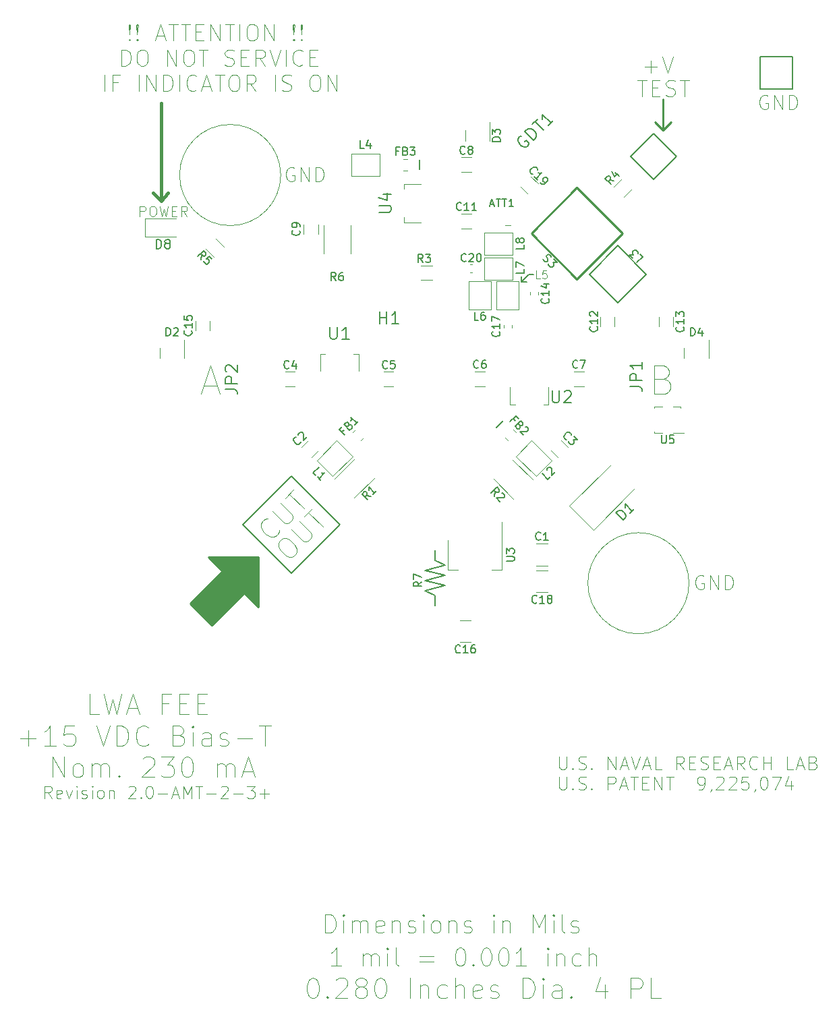
<source format=gbr>
G04 #@! TF.GenerationSoftware,KiCad,Pcbnew,6.0.4-6f826c9f35~116~ubuntu20.04.1*
G04 #@! TF.CreationDate,2022-04-14T13:24:01-04:00*
G04 #@! TF.ProjectId,LWA Balun 2020,4c574120-4261-46c7-956e-20323032302e,rev?*
G04 #@! TF.SameCoordinates,Original*
G04 #@! TF.FileFunction,Legend,Top*
G04 #@! TF.FilePolarity,Positive*
%FSLAX46Y46*%
G04 Gerber Fmt 4.6, Leading zero omitted, Abs format (unit mm)*
G04 Created by KiCad (PCBNEW 6.0.4-6f826c9f35~116~ubuntu20.04.1) date 2022-04-14 13:24:01*
%MOMM*%
%LPD*%
G01*
G04 APERTURE LIST*
%ADD10C,0.127000*%
%ADD11C,0.150000*%
%ADD12C,0.254000*%
%ADD13C,0.200000*%
%ADD14C,0.100000*%
%ADD15C,0.381000*%
%ADD16C,0.120000*%
G04 APERTURE END LIST*
D10*
X157276800Y-87833200D02*
X157911800Y-87833200D01*
X157276800Y-87833200D02*
X157276800Y-87198200D01*
X157276800Y-87833200D02*
X158165800Y-86944200D01*
X158165800Y-86944200D02*
X158800800Y-86944200D01*
D11*
X128397000Y-124460000D02*
X134493000Y-118364000D01*
D12*
X169958360Y-81788000D02*
X164211000Y-87535360D01*
X124206000Y-128714180D02*
X124206000Y-122428000D01*
D13*
X144471000Y-73752000D02*
X144471000Y-72552000D01*
D12*
X119715870Y-124224050D02*
X115674760Y-128265170D01*
X175006000Y-68812390D02*
X175006000Y-64897000D01*
D11*
X122301000Y-118364000D02*
X128397000Y-112268000D01*
D12*
X175006000Y-68812390D02*
X173964290Y-67770680D01*
D11*
X134493000Y-118364000D02*
X128397000Y-112268000D01*
D14*
G36*
X123190000Y-126238000D02*
G01*
X122409950Y-126918130D01*
X119715870Y-124224050D01*
X120396000Y-123444000D01*
X123190000Y-126238000D01*
G37*
X123190000Y-126238000D02*
X122409950Y-126918130D01*
X119715870Y-124224050D01*
X120396000Y-123444000D01*
X123190000Y-126238000D01*
D11*
X122301000Y-118364000D02*
X128397000Y-124460000D01*
D13*
X154945120Y-105328590D02*
X154096590Y-106177120D01*
D12*
X124206000Y-128714180D02*
X122409950Y-126918130D01*
D15*
X112014000Y-77724000D02*
X110998000Y-76708000D01*
D12*
X169958360Y-81788000D02*
X164211000Y-76040640D01*
D14*
G36*
X124206000Y-128714180D02*
G01*
X122409950Y-126918130D01*
X123190000Y-126238000D01*
X120396000Y-123444000D01*
X119715870Y-124224050D01*
X117919820Y-122428000D01*
X124206000Y-122428000D01*
X124206000Y-128714180D01*
G37*
X124206000Y-128714180D02*
X122409950Y-126918130D01*
X123190000Y-126238000D01*
X120396000Y-123444000D01*
X119715870Y-124224050D01*
X117919820Y-122428000D01*
X124206000Y-122428000D01*
X124206000Y-128714180D01*
D12*
X164211000Y-87535360D02*
X158463640Y-81788000D01*
X164211000Y-76040640D02*
X158463640Y-81788000D01*
D15*
X112014000Y-77724000D02*
X112903000Y-76708000D01*
D12*
X122409950Y-126918130D02*
X118368830Y-130959240D01*
X175006000Y-68812390D02*
X175006000Y-64897000D01*
X119715870Y-124224050D02*
X117919820Y-122428000D01*
X176047710Y-67770680D02*
X175006000Y-68812390D01*
X118368830Y-130959240D02*
X115674760Y-128265170D01*
D14*
G36*
X122409950Y-126918130D02*
G01*
X118368830Y-130959240D01*
X115674760Y-128265170D01*
X119715870Y-124224050D01*
X122409950Y-126918130D01*
G37*
X122409950Y-126918130D02*
X118368830Y-130959240D01*
X115674760Y-128265170D01*
X119715870Y-124224050D01*
X122409950Y-126918130D01*
D12*
X124206000Y-122428000D02*
X117919820Y-122428000D01*
D15*
X112014000Y-65405000D02*
X112014000Y-77724000D01*
D14*
X117328333Y-100922666D02*
X119021666Y-100922666D01*
X116989666Y-101938666D02*
X118175000Y-98382666D01*
X119360333Y-101938666D01*
X172691285Y-60851142D02*
X174239476Y-60851142D01*
X173465380Y-61625238D02*
X173465380Y-60077047D01*
X174916809Y-59593238D02*
X175594142Y-61625238D01*
X176271476Y-59593238D01*
X188109666Y-64516000D02*
X187940333Y-64431333D01*
X187686333Y-64431333D01*
X187432333Y-64516000D01*
X187263000Y-64685333D01*
X187178333Y-64854666D01*
X187093666Y-65193333D01*
X187093666Y-65447333D01*
X187178333Y-65786000D01*
X187263000Y-65955333D01*
X187432333Y-66124666D01*
X187686333Y-66209333D01*
X187855666Y-66209333D01*
X188109666Y-66124666D01*
X188194333Y-66040000D01*
X188194333Y-65447333D01*
X187855666Y-65447333D01*
X188956333Y-66209333D02*
X188956333Y-64431333D01*
X189972333Y-66209333D01*
X189972333Y-64431333D01*
X190819000Y-66209333D02*
X190819000Y-64431333D01*
X191242333Y-64431333D01*
X191496333Y-64516000D01*
X191665666Y-64685333D01*
X191750333Y-64854666D01*
X191835000Y-65193333D01*
X191835000Y-65447333D01*
X191750333Y-65786000D01*
X191665666Y-65955333D01*
X191496333Y-66124666D01*
X191242333Y-66209333D01*
X190819000Y-66209333D01*
X128673666Y-73561372D02*
X128504333Y-73476705D01*
X128250333Y-73476705D01*
X127996333Y-73561372D01*
X127827000Y-73730705D01*
X127742333Y-73900038D01*
X127657666Y-74238705D01*
X127657666Y-74492705D01*
X127742333Y-74831372D01*
X127827000Y-75000705D01*
X127996333Y-75170038D01*
X128250333Y-75254705D01*
X128419666Y-75254705D01*
X128673666Y-75170038D01*
X128758333Y-75085372D01*
X128758333Y-74492705D01*
X128419666Y-74492705D01*
X129520333Y-75254705D02*
X129520333Y-73476705D01*
X130536333Y-75254705D01*
X130536333Y-73476705D01*
X131383000Y-75254705D02*
X131383000Y-73476705D01*
X131806333Y-73476705D01*
X132060333Y-73561372D01*
X132229666Y-73730705D01*
X132314333Y-73900038D01*
X132399000Y-74238705D01*
X132399000Y-74492705D01*
X132314333Y-74831372D01*
X132229666Y-75000705D01*
X132060333Y-75170038D01*
X131806333Y-75254705D01*
X131383000Y-75254705D01*
X109333380Y-79619323D02*
X109333380Y-78349323D01*
X109817190Y-78349323D01*
X109938142Y-78409800D01*
X109998619Y-78470276D01*
X110059095Y-78591228D01*
X110059095Y-78772657D01*
X109998619Y-78893609D01*
X109938142Y-78954085D01*
X109817190Y-79014561D01*
X109333380Y-79014561D01*
X110845285Y-78349323D02*
X111087190Y-78349323D01*
X111208142Y-78409800D01*
X111329095Y-78530752D01*
X111389571Y-78772657D01*
X111389571Y-79195990D01*
X111329095Y-79437895D01*
X111208142Y-79558847D01*
X111087190Y-79619323D01*
X110845285Y-79619323D01*
X110724333Y-79558847D01*
X110603380Y-79437895D01*
X110542904Y-79195990D01*
X110542904Y-78772657D01*
X110603380Y-78530752D01*
X110724333Y-78409800D01*
X110845285Y-78349323D01*
X111812904Y-78349323D02*
X112115285Y-79619323D01*
X112357190Y-78712180D01*
X112599095Y-79619323D01*
X112901476Y-78349323D01*
X113385285Y-78954085D02*
X113808619Y-78954085D01*
X113990047Y-79619323D02*
X113385285Y-79619323D01*
X113385285Y-78349323D01*
X113990047Y-78349323D01*
X115260047Y-79619323D02*
X114836714Y-79014561D01*
X114534333Y-79619323D02*
X114534333Y-78349323D01*
X115018142Y-78349323D01*
X115139095Y-78409800D01*
X115199571Y-78470276D01*
X115260047Y-78591228D01*
X115260047Y-78772657D01*
X115199571Y-78893609D01*
X115139095Y-78954085D01*
X115018142Y-79014561D01*
X114534333Y-79014561D01*
X98285285Y-152683028D02*
X97777285Y-151957314D01*
X97414428Y-152683028D02*
X97414428Y-151159028D01*
X97995000Y-151159028D01*
X98140142Y-151231600D01*
X98212714Y-151304171D01*
X98285285Y-151449314D01*
X98285285Y-151667028D01*
X98212714Y-151812171D01*
X98140142Y-151884742D01*
X97995000Y-151957314D01*
X97414428Y-151957314D01*
X99519000Y-152610457D02*
X99373857Y-152683028D01*
X99083571Y-152683028D01*
X98938428Y-152610457D01*
X98865857Y-152465314D01*
X98865857Y-151884742D01*
X98938428Y-151739600D01*
X99083571Y-151667028D01*
X99373857Y-151667028D01*
X99519000Y-151739600D01*
X99591571Y-151884742D01*
X99591571Y-152029885D01*
X98865857Y-152175028D01*
X100099571Y-151667028D02*
X100462428Y-152683028D01*
X100825285Y-151667028D01*
X101405857Y-152683028D02*
X101405857Y-151667028D01*
X101405857Y-151159028D02*
X101333285Y-151231600D01*
X101405857Y-151304171D01*
X101478428Y-151231600D01*
X101405857Y-151159028D01*
X101405857Y-151304171D01*
X102059000Y-152610457D02*
X102204142Y-152683028D01*
X102494428Y-152683028D01*
X102639571Y-152610457D01*
X102712142Y-152465314D01*
X102712142Y-152392742D01*
X102639571Y-152247600D01*
X102494428Y-152175028D01*
X102276714Y-152175028D01*
X102131571Y-152102457D01*
X102059000Y-151957314D01*
X102059000Y-151884742D01*
X102131571Y-151739600D01*
X102276714Y-151667028D01*
X102494428Y-151667028D01*
X102639571Y-151739600D01*
X103365285Y-152683028D02*
X103365285Y-151667028D01*
X103365285Y-151159028D02*
X103292714Y-151231600D01*
X103365285Y-151304171D01*
X103437857Y-151231600D01*
X103365285Y-151159028D01*
X103365285Y-151304171D01*
X104308714Y-152683028D02*
X104163571Y-152610457D01*
X104091000Y-152537885D01*
X104018428Y-152392742D01*
X104018428Y-151957314D01*
X104091000Y-151812171D01*
X104163571Y-151739600D01*
X104308714Y-151667028D01*
X104526428Y-151667028D01*
X104671571Y-151739600D01*
X104744142Y-151812171D01*
X104816714Y-151957314D01*
X104816714Y-152392742D01*
X104744142Y-152537885D01*
X104671571Y-152610457D01*
X104526428Y-152683028D01*
X104308714Y-152683028D01*
X105469857Y-151667028D02*
X105469857Y-152683028D01*
X105469857Y-151812171D02*
X105542428Y-151739600D01*
X105687571Y-151667028D01*
X105905285Y-151667028D01*
X106050428Y-151739600D01*
X106123000Y-151884742D01*
X106123000Y-152683028D01*
X107937285Y-151304171D02*
X108009857Y-151231600D01*
X108155000Y-151159028D01*
X108517857Y-151159028D01*
X108663000Y-151231600D01*
X108735571Y-151304171D01*
X108808142Y-151449314D01*
X108808142Y-151594457D01*
X108735571Y-151812171D01*
X107864714Y-152683028D01*
X108808142Y-152683028D01*
X109461285Y-152537885D02*
X109533857Y-152610457D01*
X109461285Y-152683028D01*
X109388714Y-152610457D01*
X109461285Y-152537885D01*
X109461285Y-152683028D01*
X110477285Y-151159028D02*
X110622428Y-151159028D01*
X110767571Y-151231600D01*
X110840142Y-151304171D01*
X110912714Y-151449314D01*
X110985285Y-151739600D01*
X110985285Y-152102457D01*
X110912714Y-152392742D01*
X110840142Y-152537885D01*
X110767571Y-152610457D01*
X110622428Y-152683028D01*
X110477285Y-152683028D01*
X110332142Y-152610457D01*
X110259571Y-152537885D01*
X110187000Y-152392742D01*
X110114428Y-152102457D01*
X110114428Y-151739600D01*
X110187000Y-151449314D01*
X110259571Y-151304171D01*
X110332142Y-151231600D01*
X110477285Y-151159028D01*
X111638428Y-152102457D02*
X112799571Y-152102457D01*
X113452714Y-152247600D02*
X114178428Y-152247600D01*
X113307571Y-152683028D02*
X113815571Y-151159028D01*
X114323571Y-152683028D01*
X114831571Y-152683028D02*
X114831571Y-151159028D01*
X115339571Y-152247600D01*
X115847571Y-151159028D01*
X115847571Y-152683028D01*
X116355571Y-151159028D02*
X117226428Y-151159028D01*
X116791000Y-152683028D02*
X116791000Y-151159028D01*
X117734428Y-152102457D02*
X118895571Y-152102457D01*
X119548714Y-151304171D02*
X119621285Y-151231600D01*
X119766428Y-151159028D01*
X120129285Y-151159028D01*
X120274428Y-151231600D01*
X120347000Y-151304171D01*
X120419571Y-151449314D01*
X120419571Y-151594457D01*
X120347000Y-151812171D01*
X119476142Y-152683028D01*
X120419571Y-152683028D01*
X121072714Y-152102457D02*
X122233857Y-152102457D01*
X122814428Y-151159028D02*
X123757857Y-151159028D01*
X123249857Y-151739600D01*
X123467571Y-151739600D01*
X123612714Y-151812171D01*
X123685285Y-151884742D01*
X123757857Y-152029885D01*
X123757857Y-152392742D01*
X123685285Y-152537885D01*
X123612714Y-152610457D01*
X123467571Y-152683028D01*
X123032142Y-152683028D01*
X122887000Y-152610457D01*
X122814428Y-152537885D01*
X124411000Y-152102457D02*
X125572142Y-152102457D01*
X124991571Y-152683028D02*
X124991571Y-151521885D01*
X175071000Y-100076000D02*
X175579000Y-100245333D01*
X175748333Y-100414666D01*
X175917666Y-100753333D01*
X175917666Y-101261333D01*
X175748333Y-101600000D01*
X175579000Y-101769333D01*
X175240333Y-101938666D01*
X173885666Y-101938666D01*
X173885666Y-98382666D01*
X175071000Y-98382666D01*
X175409666Y-98552000D01*
X175579000Y-98721333D01*
X175748333Y-99060000D01*
X175748333Y-99398666D01*
X175579000Y-99737333D01*
X175409666Y-99906666D01*
X175071000Y-100076000D01*
X173885666Y-100076000D01*
X94340362Y-145164628D02*
X96275600Y-145164628D01*
X95307981Y-146132247D02*
X95307981Y-144197009D01*
X98815600Y-146132247D02*
X97364171Y-146132247D01*
X98089886Y-146132247D02*
X98089886Y-143592247D01*
X97847981Y-143955104D01*
X97606076Y-144197009D01*
X97364171Y-144317961D01*
X101113695Y-143592247D02*
X99904171Y-143592247D01*
X99783219Y-144801771D01*
X99904171Y-144680819D01*
X100146076Y-144559866D01*
X100750838Y-144559866D01*
X100992743Y-144680819D01*
X101113695Y-144801771D01*
X101234647Y-145043676D01*
X101234647Y-145648438D01*
X101113695Y-145890342D01*
X100992743Y-146011295D01*
X100750838Y-146132247D01*
X100146076Y-146132247D01*
X99904171Y-146011295D01*
X99783219Y-145890342D01*
X103895600Y-143592247D02*
X104742266Y-146132247D01*
X105588933Y-143592247D01*
X106435600Y-146132247D02*
X106435600Y-143592247D01*
X107040362Y-143592247D01*
X107403219Y-143713200D01*
X107645124Y-143955104D01*
X107766076Y-144197009D01*
X107887028Y-144680819D01*
X107887028Y-145043676D01*
X107766076Y-145527485D01*
X107645124Y-145769390D01*
X107403219Y-146011295D01*
X107040362Y-146132247D01*
X106435600Y-146132247D01*
X110427028Y-145890342D02*
X110306076Y-146011295D01*
X109943219Y-146132247D01*
X109701314Y-146132247D01*
X109338457Y-146011295D01*
X109096552Y-145769390D01*
X108975600Y-145527485D01*
X108854647Y-145043676D01*
X108854647Y-144680819D01*
X108975600Y-144197009D01*
X109096552Y-143955104D01*
X109338457Y-143713200D01*
X109701314Y-143592247D01*
X109943219Y-143592247D01*
X110306076Y-143713200D01*
X110427028Y-143834152D01*
X114297505Y-144801771D02*
X114660362Y-144922723D01*
X114781314Y-145043676D01*
X114902266Y-145285580D01*
X114902266Y-145648438D01*
X114781314Y-145890342D01*
X114660362Y-146011295D01*
X114418457Y-146132247D01*
X113450838Y-146132247D01*
X113450838Y-143592247D01*
X114297505Y-143592247D01*
X114539409Y-143713200D01*
X114660362Y-143834152D01*
X114781314Y-144076057D01*
X114781314Y-144317961D01*
X114660362Y-144559866D01*
X114539409Y-144680819D01*
X114297505Y-144801771D01*
X113450838Y-144801771D01*
X115990838Y-146132247D02*
X115990838Y-144438914D01*
X115990838Y-143592247D02*
X115869886Y-143713200D01*
X115990838Y-143834152D01*
X116111790Y-143713200D01*
X115990838Y-143592247D01*
X115990838Y-143834152D01*
X118288933Y-146132247D02*
X118288933Y-144801771D01*
X118167981Y-144559866D01*
X117926076Y-144438914D01*
X117442266Y-144438914D01*
X117200362Y-144559866D01*
X118288933Y-146011295D02*
X118047028Y-146132247D01*
X117442266Y-146132247D01*
X117200362Y-146011295D01*
X117079409Y-145769390D01*
X117079409Y-145527485D01*
X117200362Y-145285580D01*
X117442266Y-145164628D01*
X118047028Y-145164628D01*
X118288933Y-145043676D01*
X119377505Y-146011295D02*
X119619409Y-146132247D01*
X120103219Y-146132247D01*
X120345124Y-146011295D01*
X120466076Y-145769390D01*
X120466076Y-145648438D01*
X120345124Y-145406533D01*
X120103219Y-145285580D01*
X119740362Y-145285580D01*
X119498457Y-145164628D01*
X119377505Y-144922723D01*
X119377505Y-144801771D01*
X119498457Y-144559866D01*
X119740362Y-144438914D01*
X120103219Y-144438914D01*
X120345124Y-144559866D01*
X121554647Y-145164628D02*
X123489886Y-145164628D01*
X124336552Y-143592247D02*
X125787981Y-143592247D01*
X125062266Y-146132247D02*
X125062266Y-143592247D01*
X171805523Y-62514238D02*
X172966666Y-62514238D01*
X172386095Y-64546238D02*
X172386095Y-62514238D01*
X173643999Y-63481857D02*
X174321333Y-63481857D01*
X174611618Y-64546238D02*
X173643999Y-64546238D01*
X173643999Y-62514238D01*
X174611618Y-62514238D01*
X175385714Y-64449476D02*
X175675999Y-64546238D01*
X176159809Y-64546238D01*
X176353333Y-64449476D01*
X176450095Y-64352714D01*
X176546856Y-64159190D01*
X176546856Y-63965666D01*
X176450095Y-63772142D01*
X176353333Y-63675380D01*
X176159809Y-63578619D01*
X175772761Y-63481857D01*
X175579237Y-63385095D01*
X175482475Y-63288333D01*
X175385714Y-63094809D01*
X175385714Y-62901285D01*
X175482475Y-62707761D01*
X175579237Y-62611000D01*
X175772761Y-62514238D01*
X176256571Y-62514238D01*
X176546856Y-62611000D01*
X177127428Y-62514238D02*
X178288571Y-62514238D01*
X177707999Y-64546238D02*
X177707999Y-62514238D01*
X180108666Y-124812628D02*
X179939333Y-124727961D01*
X179685333Y-124727961D01*
X179431333Y-124812628D01*
X179262000Y-124981961D01*
X179177333Y-125151294D01*
X179092666Y-125489961D01*
X179092666Y-125743961D01*
X179177333Y-126082628D01*
X179262000Y-126251961D01*
X179431333Y-126421294D01*
X179685333Y-126505961D01*
X179854666Y-126505961D01*
X180108666Y-126421294D01*
X180193333Y-126336628D01*
X180193333Y-125743961D01*
X179854666Y-125743961D01*
X180955333Y-126505961D02*
X180955333Y-124727961D01*
X181971333Y-126505961D01*
X181971333Y-124727961D01*
X182818000Y-126505961D02*
X182818000Y-124727961D01*
X183241333Y-124727961D01*
X183495333Y-124812628D01*
X183664666Y-124981961D01*
X183749333Y-125151294D01*
X183834000Y-125489961D01*
X183834000Y-125743961D01*
X183749333Y-126082628D01*
X183664666Y-126251961D01*
X183495333Y-126421294D01*
X183241333Y-126505961D01*
X182818000Y-126505961D01*
X159566114Y-87429219D02*
X159082304Y-87429219D01*
X159082304Y-86413219D01*
X160388590Y-86413219D02*
X159904780Y-86413219D01*
X159856400Y-86897028D01*
X159904780Y-86848647D01*
X160001542Y-86800266D01*
X160243447Y-86800266D01*
X160340209Y-86848647D01*
X160388590Y-86897028D01*
X160436971Y-86993790D01*
X160436971Y-87235695D01*
X160388590Y-87332457D01*
X160340209Y-87380838D01*
X160243447Y-87429219D01*
X160001542Y-87429219D01*
X159904780Y-87380838D01*
X159856400Y-87332457D01*
X126855355Y-119029538D02*
X126855355Y-119200591D01*
X126684302Y-119542696D01*
X126513250Y-119713748D01*
X126171145Y-119884801D01*
X125829040Y-119884801D01*
X125572461Y-119799274D01*
X125144830Y-119542696D01*
X124888251Y-119286117D01*
X124631672Y-118858486D01*
X124546146Y-118601907D01*
X124546146Y-118259802D01*
X124717198Y-117917697D01*
X124888251Y-117746644D01*
X125230356Y-117575592D01*
X125401408Y-117575592D01*
X126000092Y-116634803D02*
X127454038Y-118088749D01*
X127710617Y-118174276D01*
X127881670Y-118174276D01*
X128138248Y-118088749D01*
X128480353Y-117746644D01*
X128565880Y-117490066D01*
X128565880Y-117319013D01*
X128480353Y-117062434D01*
X127026407Y-115608488D01*
X127625091Y-115009805D02*
X128651406Y-113983490D01*
X129934299Y-116292698D02*
X128138248Y-114496647D01*
X107050428Y-60736238D02*
X107050428Y-58704238D01*
X107534238Y-58704238D01*
X107824523Y-58801000D01*
X108018047Y-58994523D01*
X108114809Y-59188047D01*
X108211571Y-59575095D01*
X108211571Y-59865380D01*
X108114809Y-60252428D01*
X108018047Y-60445952D01*
X107824523Y-60639476D01*
X107534238Y-60736238D01*
X107050428Y-60736238D01*
X109469476Y-58704238D02*
X109856523Y-58704238D01*
X110050047Y-58801000D01*
X110243571Y-58994523D01*
X110340333Y-59381571D01*
X110340333Y-60058904D01*
X110243571Y-60445952D01*
X110050047Y-60639476D01*
X109856523Y-60736238D01*
X109469476Y-60736238D01*
X109275952Y-60639476D01*
X109082428Y-60445952D01*
X108985666Y-60058904D01*
X108985666Y-59381571D01*
X109082428Y-58994523D01*
X109275952Y-58801000D01*
X109469476Y-58704238D01*
X112759380Y-60736238D02*
X112759380Y-58704238D01*
X113920523Y-60736238D01*
X113920523Y-58704238D01*
X115275190Y-58704238D02*
X115662238Y-58704238D01*
X115855761Y-58801000D01*
X116049285Y-58994523D01*
X116146047Y-59381571D01*
X116146047Y-60058904D01*
X116049285Y-60445952D01*
X115855761Y-60639476D01*
X115662238Y-60736238D01*
X115275190Y-60736238D01*
X115081666Y-60639476D01*
X114888142Y-60445952D01*
X114791380Y-60058904D01*
X114791380Y-59381571D01*
X114888142Y-58994523D01*
X115081666Y-58801000D01*
X115275190Y-58704238D01*
X116726619Y-58704238D02*
X117887761Y-58704238D01*
X117307190Y-60736238D02*
X117307190Y-58704238D01*
X120016523Y-60639476D02*
X120306809Y-60736238D01*
X120790619Y-60736238D01*
X120984142Y-60639476D01*
X121080904Y-60542714D01*
X121177666Y-60349190D01*
X121177666Y-60155666D01*
X121080904Y-59962142D01*
X120984142Y-59865380D01*
X120790619Y-59768619D01*
X120403571Y-59671857D01*
X120210047Y-59575095D01*
X120113285Y-59478333D01*
X120016523Y-59284809D01*
X120016523Y-59091285D01*
X120113285Y-58897761D01*
X120210047Y-58801000D01*
X120403571Y-58704238D01*
X120887380Y-58704238D01*
X121177666Y-58801000D01*
X122048523Y-59671857D02*
X122725857Y-59671857D01*
X123016142Y-60736238D02*
X122048523Y-60736238D01*
X122048523Y-58704238D01*
X123016142Y-58704238D01*
X125048142Y-60736238D02*
X124370809Y-59768619D01*
X123887000Y-60736238D02*
X123887000Y-58704238D01*
X124661095Y-58704238D01*
X124854619Y-58801000D01*
X124951380Y-58897761D01*
X125048142Y-59091285D01*
X125048142Y-59381571D01*
X124951380Y-59575095D01*
X124854619Y-59671857D01*
X124661095Y-59768619D01*
X123887000Y-59768619D01*
X125628714Y-58704238D02*
X126306047Y-60736238D01*
X126983380Y-58704238D01*
X127660714Y-60736238D02*
X127660714Y-58704238D01*
X129789476Y-60542714D02*
X129692714Y-60639476D01*
X129402428Y-60736238D01*
X129208904Y-60736238D01*
X128918619Y-60639476D01*
X128725095Y-60445952D01*
X128628333Y-60252428D01*
X128531571Y-59865380D01*
X128531571Y-59575095D01*
X128628333Y-59188047D01*
X128725095Y-58994523D01*
X128918619Y-58801000D01*
X129208904Y-58704238D01*
X129402428Y-58704238D01*
X129692714Y-58801000D01*
X129789476Y-58897761D01*
X130660333Y-59671857D02*
X131337666Y-59671857D01*
X131627952Y-60736238D02*
X130660333Y-60736238D01*
X130660333Y-58704238D01*
X131627952Y-58704238D01*
X132638485Y-169588542D02*
X132638485Y-167302542D01*
X133182771Y-167302542D01*
X133509342Y-167411400D01*
X133727057Y-167629114D01*
X133835914Y-167846828D01*
X133944771Y-168282257D01*
X133944771Y-168608828D01*
X133835914Y-169044257D01*
X133727057Y-169261971D01*
X133509342Y-169479685D01*
X133182771Y-169588542D01*
X132638485Y-169588542D01*
X134924485Y-169588542D02*
X134924485Y-168064542D01*
X134924485Y-167302542D02*
X134815628Y-167411400D01*
X134924485Y-167520257D01*
X135033342Y-167411400D01*
X134924485Y-167302542D01*
X134924485Y-167520257D01*
X136013057Y-169588542D02*
X136013057Y-168064542D01*
X136013057Y-168282257D02*
X136121914Y-168173400D01*
X136339628Y-168064542D01*
X136666200Y-168064542D01*
X136883914Y-168173400D01*
X136992771Y-168391114D01*
X136992771Y-169588542D01*
X136992771Y-168391114D02*
X137101628Y-168173400D01*
X137319342Y-168064542D01*
X137645914Y-168064542D01*
X137863628Y-168173400D01*
X137972485Y-168391114D01*
X137972485Y-169588542D01*
X139931914Y-169479685D02*
X139714200Y-169588542D01*
X139278771Y-169588542D01*
X139061057Y-169479685D01*
X138952200Y-169261971D01*
X138952200Y-168391114D01*
X139061057Y-168173400D01*
X139278771Y-168064542D01*
X139714200Y-168064542D01*
X139931914Y-168173400D01*
X140040771Y-168391114D01*
X140040771Y-168608828D01*
X138952200Y-168826542D01*
X141020485Y-168064542D02*
X141020485Y-169588542D01*
X141020485Y-168282257D02*
X141129342Y-168173400D01*
X141347057Y-168064542D01*
X141673628Y-168064542D01*
X141891342Y-168173400D01*
X142000200Y-168391114D01*
X142000200Y-169588542D01*
X142979914Y-169479685D02*
X143197628Y-169588542D01*
X143633057Y-169588542D01*
X143850771Y-169479685D01*
X143959628Y-169261971D01*
X143959628Y-169153114D01*
X143850771Y-168935400D01*
X143633057Y-168826542D01*
X143306485Y-168826542D01*
X143088771Y-168717685D01*
X142979914Y-168499971D01*
X142979914Y-168391114D01*
X143088771Y-168173400D01*
X143306485Y-168064542D01*
X143633057Y-168064542D01*
X143850771Y-168173400D01*
X144939342Y-169588542D02*
X144939342Y-168064542D01*
X144939342Y-167302542D02*
X144830485Y-167411400D01*
X144939342Y-167520257D01*
X145048200Y-167411400D01*
X144939342Y-167302542D01*
X144939342Y-167520257D01*
X146354485Y-169588542D02*
X146136771Y-169479685D01*
X146027914Y-169370828D01*
X145919057Y-169153114D01*
X145919057Y-168499971D01*
X146027914Y-168282257D01*
X146136771Y-168173400D01*
X146354485Y-168064542D01*
X146681057Y-168064542D01*
X146898771Y-168173400D01*
X147007628Y-168282257D01*
X147116485Y-168499971D01*
X147116485Y-169153114D01*
X147007628Y-169370828D01*
X146898771Y-169479685D01*
X146681057Y-169588542D01*
X146354485Y-169588542D01*
X148096200Y-168064542D02*
X148096200Y-169588542D01*
X148096200Y-168282257D02*
X148205057Y-168173400D01*
X148422771Y-168064542D01*
X148749342Y-168064542D01*
X148967057Y-168173400D01*
X149075914Y-168391114D01*
X149075914Y-169588542D01*
X150055628Y-169479685D02*
X150273342Y-169588542D01*
X150708771Y-169588542D01*
X150926485Y-169479685D01*
X151035342Y-169261971D01*
X151035342Y-169153114D01*
X150926485Y-168935400D01*
X150708771Y-168826542D01*
X150382200Y-168826542D01*
X150164485Y-168717685D01*
X150055628Y-168499971D01*
X150055628Y-168391114D01*
X150164485Y-168173400D01*
X150382200Y-168064542D01*
X150708771Y-168064542D01*
X150926485Y-168173400D01*
X153756771Y-169588542D02*
X153756771Y-168064542D01*
X153756771Y-167302542D02*
X153647914Y-167411400D01*
X153756771Y-167520257D01*
X153865628Y-167411400D01*
X153756771Y-167302542D01*
X153756771Y-167520257D01*
X154845342Y-168064542D02*
X154845342Y-169588542D01*
X154845342Y-168282257D02*
X154954200Y-168173400D01*
X155171914Y-168064542D01*
X155498485Y-168064542D01*
X155716200Y-168173400D01*
X155825057Y-168391114D01*
X155825057Y-169588542D01*
X158655342Y-169588542D02*
X158655342Y-167302542D01*
X159417342Y-168935400D01*
X160179342Y-167302542D01*
X160179342Y-169588542D01*
X161267914Y-169588542D02*
X161267914Y-168064542D01*
X161267914Y-167302542D02*
X161159057Y-167411400D01*
X161267914Y-167520257D01*
X161376771Y-167411400D01*
X161267914Y-167302542D01*
X161267914Y-167520257D01*
X162683057Y-169588542D02*
X162465342Y-169479685D01*
X162356485Y-169261971D01*
X162356485Y-167302542D01*
X163445057Y-169479685D02*
X163662771Y-169588542D01*
X164098200Y-169588542D01*
X164315914Y-169479685D01*
X164424771Y-169261971D01*
X164424771Y-169153114D01*
X164315914Y-168935400D01*
X164098200Y-168826542D01*
X163771628Y-168826542D01*
X163553914Y-168717685D01*
X163445057Y-168499971D01*
X163445057Y-168391114D01*
X163553914Y-168173400D01*
X163771628Y-168064542D01*
X164098200Y-168064542D01*
X164315914Y-168173400D01*
X134648714Y-173754142D02*
X133342428Y-173754142D01*
X133995571Y-173754142D02*
X133995571Y-171468142D01*
X133777857Y-171794714D01*
X133560142Y-172012428D01*
X133342428Y-172121285D01*
X137370142Y-173754142D02*
X137370142Y-172230142D01*
X137370142Y-172447857D02*
X137479000Y-172339000D01*
X137696714Y-172230142D01*
X138023285Y-172230142D01*
X138241000Y-172339000D01*
X138349857Y-172556714D01*
X138349857Y-173754142D01*
X138349857Y-172556714D02*
X138458714Y-172339000D01*
X138676428Y-172230142D01*
X139003000Y-172230142D01*
X139220714Y-172339000D01*
X139329571Y-172556714D01*
X139329571Y-173754142D01*
X140418142Y-173754142D02*
X140418142Y-172230142D01*
X140418142Y-171468142D02*
X140309285Y-171577000D01*
X140418142Y-171685857D01*
X140527000Y-171577000D01*
X140418142Y-171468142D01*
X140418142Y-171685857D01*
X141833285Y-173754142D02*
X141615571Y-173645285D01*
X141506714Y-173427571D01*
X141506714Y-171468142D01*
X144445857Y-172556714D02*
X146187571Y-172556714D01*
X146187571Y-173209857D02*
X144445857Y-173209857D01*
X149453285Y-171468142D02*
X149671000Y-171468142D01*
X149888714Y-171577000D01*
X149997571Y-171685857D01*
X150106428Y-171903571D01*
X150215285Y-172339000D01*
X150215285Y-172883285D01*
X150106428Y-173318714D01*
X149997571Y-173536428D01*
X149888714Y-173645285D01*
X149671000Y-173754142D01*
X149453285Y-173754142D01*
X149235571Y-173645285D01*
X149126714Y-173536428D01*
X149017857Y-173318714D01*
X148909000Y-172883285D01*
X148909000Y-172339000D01*
X149017857Y-171903571D01*
X149126714Y-171685857D01*
X149235571Y-171577000D01*
X149453285Y-171468142D01*
X151195000Y-173536428D02*
X151303857Y-173645285D01*
X151195000Y-173754142D01*
X151086142Y-173645285D01*
X151195000Y-173536428D01*
X151195000Y-173754142D01*
X152719000Y-171468142D02*
X152936714Y-171468142D01*
X153154428Y-171577000D01*
X153263285Y-171685857D01*
X153372142Y-171903571D01*
X153481000Y-172339000D01*
X153481000Y-172883285D01*
X153372142Y-173318714D01*
X153263285Y-173536428D01*
X153154428Y-173645285D01*
X152936714Y-173754142D01*
X152719000Y-173754142D01*
X152501285Y-173645285D01*
X152392428Y-173536428D01*
X152283571Y-173318714D01*
X152174714Y-172883285D01*
X152174714Y-172339000D01*
X152283571Y-171903571D01*
X152392428Y-171685857D01*
X152501285Y-171577000D01*
X152719000Y-171468142D01*
X154896142Y-171468142D02*
X155113857Y-171468142D01*
X155331571Y-171577000D01*
X155440428Y-171685857D01*
X155549285Y-171903571D01*
X155658142Y-172339000D01*
X155658142Y-172883285D01*
X155549285Y-173318714D01*
X155440428Y-173536428D01*
X155331571Y-173645285D01*
X155113857Y-173754142D01*
X154896142Y-173754142D01*
X154678428Y-173645285D01*
X154569571Y-173536428D01*
X154460714Y-173318714D01*
X154351857Y-172883285D01*
X154351857Y-172339000D01*
X154460714Y-171903571D01*
X154569571Y-171685857D01*
X154678428Y-171577000D01*
X154896142Y-171468142D01*
X157835285Y-173754142D02*
X156529000Y-173754142D01*
X157182142Y-173754142D02*
X157182142Y-171468142D01*
X156964428Y-171794714D01*
X156746714Y-172012428D01*
X156529000Y-172121285D01*
X160556714Y-173754142D02*
X160556714Y-172230142D01*
X160556714Y-171468142D02*
X160447857Y-171577000D01*
X160556714Y-171685857D01*
X160665571Y-171577000D01*
X160556714Y-171468142D01*
X160556714Y-171685857D01*
X161645285Y-172230142D02*
X161645285Y-173754142D01*
X161645285Y-172447857D02*
X161754142Y-172339000D01*
X161971857Y-172230142D01*
X162298428Y-172230142D01*
X162516142Y-172339000D01*
X162625000Y-172556714D01*
X162625000Y-173754142D01*
X164693285Y-173645285D02*
X164475571Y-173754142D01*
X164040142Y-173754142D01*
X163822428Y-173645285D01*
X163713571Y-173536428D01*
X163604714Y-173318714D01*
X163604714Y-172665571D01*
X163713571Y-172447857D01*
X163822428Y-172339000D01*
X164040142Y-172230142D01*
X164475571Y-172230142D01*
X164693285Y-172339000D01*
X165673000Y-173754142D02*
X165673000Y-171468142D01*
X166652714Y-173754142D02*
X166652714Y-172556714D01*
X166543857Y-172339000D01*
X166326142Y-172230142D01*
X165999571Y-172230142D01*
X165781857Y-172339000D01*
X165673000Y-172447857D01*
X104236685Y-142119047D02*
X103027162Y-142119047D01*
X103027162Y-139579047D01*
X104841447Y-139579047D02*
X105446209Y-142119047D01*
X105930019Y-140304761D01*
X106413828Y-142119047D01*
X107018590Y-139579047D01*
X107865257Y-141393333D02*
X109074781Y-141393333D01*
X107623352Y-142119047D02*
X108470019Y-139579047D01*
X109316685Y-142119047D01*
X112945257Y-140788571D02*
X112098590Y-140788571D01*
X112098590Y-142119047D02*
X112098590Y-139579047D01*
X113308114Y-139579047D01*
X114275733Y-140788571D02*
X115122400Y-140788571D01*
X115485257Y-142119047D02*
X114275733Y-142119047D01*
X114275733Y-139579047D01*
X115485257Y-139579047D01*
X116573828Y-140788571D02*
X117420495Y-140788571D01*
X117783352Y-142119047D02*
X116573828Y-142119047D01*
X116573828Y-139579047D01*
X117783352Y-139579047D01*
X126832146Y-120501749D02*
X127174251Y-120159644D01*
X127430830Y-120074118D01*
X127772935Y-120074118D01*
X128200566Y-120330697D01*
X128799250Y-120929381D01*
X129055828Y-121357012D01*
X129055828Y-121699117D01*
X128970302Y-121955696D01*
X128628197Y-122297801D01*
X128371618Y-122383327D01*
X128029513Y-122383327D01*
X127601882Y-122126748D01*
X127003198Y-121528064D01*
X126746620Y-121100433D01*
X126746620Y-120758328D01*
X126832146Y-120501749D01*
X128371618Y-118962277D02*
X129825565Y-120416223D01*
X130082143Y-120501749D01*
X130253196Y-120501749D01*
X130509775Y-120416223D01*
X130851880Y-120074118D01*
X130937406Y-119817539D01*
X130937406Y-119646487D01*
X130851880Y-119389908D01*
X129397933Y-117935962D01*
X129996617Y-117337278D02*
X131022932Y-116310963D01*
X132305826Y-118620172D02*
X130509775Y-116824121D01*
X130947571Y-175266047D02*
X131189476Y-175266047D01*
X131431380Y-175387000D01*
X131552333Y-175507952D01*
X131673285Y-175749857D01*
X131794238Y-176233666D01*
X131794238Y-176838428D01*
X131673285Y-177322238D01*
X131552333Y-177564142D01*
X131431380Y-177685095D01*
X131189476Y-177806047D01*
X130947571Y-177806047D01*
X130705666Y-177685095D01*
X130584714Y-177564142D01*
X130463761Y-177322238D01*
X130342809Y-176838428D01*
X130342809Y-176233666D01*
X130463761Y-175749857D01*
X130584714Y-175507952D01*
X130705666Y-175387000D01*
X130947571Y-175266047D01*
X132882809Y-177564142D02*
X133003761Y-177685095D01*
X132882809Y-177806047D01*
X132761857Y-177685095D01*
X132882809Y-177564142D01*
X132882809Y-177806047D01*
X133971380Y-175507952D02*
X134092333Y-175387000D01*
X134334238Y-175266047D01*
X134939000Y-175266047D01*
X135180904Y-175387000D01*
X135301857Y-175507952D01*
X135422809Y-175749857D01*
X135422809Y-175991761D01*
X135301857Y-176354619D01*
X133850428Y-177806047D01*
X135422809Y-177806047D01*
X136874238Y-176354619D02*
X136632333Y-176233666D01*
X136511380Y-176112714D01*
X136390428Y-175870809D01*
X136390428Y-175749857D01*
X136511380Y-175507952D01*
X136632333Y-175387000D01*
X136874238Y-175266047D01*
X137358047Y-175266047D01*
X137599952Y-175387000D01*
X137720904Y-175507952D01*
X137841857Y-175749857D01*
X137841857Y-175870809D01*
X137720904Y-176112714D01*
X137599952Y-176233666D01*
X137358047Y-176354619D01*
X136874238Y-176354619D01*
X136632333Y-176475571D01*
X136511380Y-176596523D01*
X136390428Y-176838428D01*
X136390428Y-177322238D01*
X136511380Y-177564142D01*
X136632333Y-177685095D01*
X136874238Y-177806047D01*
X137358047Y-177806047D01*
X137599952Y-177685095D01*
X137720904Y-177564142D01*
X137841857Y-177322238D01*
X137841857Y-176838428D01*
X137720904Y-176596523D01*
X137599952Y-176475571D01*
X137358047Y-176354619D01*
X139414238Y-175266047D02*
X139656142Y-175266047D01*
X139898047Y-175387000D01*
X140019000Y-175507952D01*
X140139952Y-175749857D01*
X140260904Y-176233666D01*
X140260904Y-176838428D01*
X140139952Y-177322238D01*
X140019000Y-177564142D01*
X139898047Y-177685095D01*
X139656142Y-177806047D01*
X139414238Y-177806047D01*
X139172333Y-177685095D01*
X139051380Y-177564142D01*
X138930428Y-177322238D01*
X138809476Y-176838428D01*
X138809476Y-176233666D01*
X138930428Y-175749857D01*
X139051380Y-175507952D01*
X139172333Y-175387000D01*
X139414238Y-175266047D01*
X143284714Y-177806047D02*
X143284714Y-175266047D01*
X144494238Y-176112714D02*
X144494238Y-177806047D01*
X144494238Y-176354619D02*
X144615190Y-176233666D01*
X144857095Y-176112714D01*
X145219952Y-176112714D01*
X145461857Y-176233666D01*
X145582809Y-176475571D01*
X145582809Y-177806047D01*
X147880904Y-177685095D02*
X147639000Y-177806047D01*
X147155190Y-177806047D01*
X146913285Y-177685095D01*
X146792333Y-177564142D01*
X146671380Y-177322238D01*
X146671380Y-176596523D01*
X146792333Y-176354619D01*
X146913285Y-176233666D01*
X147155190Y-176112714D01*
X147639000Y-176112714D01*
X147880904Y-176233666D01*
X148969476Y-177806047D02*
X148969476Y-175266047D01*
X150058047Y-177806047D02*
X150058047Y-176475571D01*
X149937095Y-176233666D01*
X149695190Y-176112714D01*
X149332333Y-176112714D01*
X149090428Y-176233666D01*
X148969476Y-176354619D01*
X152235190Y-177685095D02*
X151993285Y-177806047D01*
X151509476Y-177806047D01*
X151267571Y-177685095D01*
X151146619Y-177443190D01*
X151146619Y-176475571D01*
X151267571Y-176233666D01*
X151509476Y-176112714D01*
X151993285Y-176112714D01*
X152235190Y-176233666D01*
X152356142Y-176475571D01*
X152356142Y-176717476D01*
X151146619Y-176959380D01*
X153323761Y-177685095D02*
X153565666Y-177806047D01*
X154049476Y-177806047D01*
X154291380Y-177685095D01*
X154412333Y-177443190D01*
X154412333Y-177322238D01*
X154291380Y-177080333D01*
X154049476Y-176959380D01*
X153686619Y-176959380D01*
X153444714Y-176838428D01*
X153323761Y-176596523D01*
X153323761Y-176475571D01*
X153444714Y-176233666D01*
X153686619Y-176112714D01*
X154049476Y-176112714D01*
X154291380Y-176233666D01*
X157436142Y-177806047D02*
X157436142Y-175266047D01*
X158040904Y-175266047D01*
X158403761Y-175387000D01*
X158645666Y-175628904D01*
X158766619Y-175870809D01*
X158887571Y-176354619D01*
X158887571Y-176717476D01*
X158766619Y-177201285D01*
X158645666Y-177443190D01*
X158403761Y-177685095D01*
X158040904Y-177806047D01*
X157436142Y-177806047D01*
X159976142Y-177806047D02*
X159976142Y-176112714D01*
X159976142Y-175266047D02*
X159855190Y-175387000D01*
X159976142Y-175507952D01*
X160097095Y-175387000D01*
X159976142Y-175266047D01*
X159976142Y-175507952D01*
X162274238Y-177806047D02*
X162274238Y-176475571D01*
X162153285Y-176233666D01*
X161911380Y-176112714D01*
X161427571Y-176112714D01*
X161185666Y-176233666D01*
X162274238Y-177685095D02*
X162032333Y-177806047D01*
X161427571Y-177806047D01*
X161185666Y-177685095D01*
X161064714Y-177443190D01*
X161064714Y-177201285D01*
X161185666Y-176959380D01*
X161427571Y-176838428D01*
X162032333Y-176838428D01*
X162274238Y-176717476D01*
X163483761Y-177564142D02*
X163604714Y-177685095D01*
X163483761Y-177806047D01*
X163362809Y-177685095D01*
X163483761Y-177564142D01*
X163483761Y-177806047D01*
X167717095Y-176112714D02*
X167717095Y-177806047D01*
X167112333Y-175145095D02*
X166507571Y-176959380D01*
X168079952Y-176959380D01*
X170982809Y-177806047D02*
X170982809Y-175266047D01*
X171950428Y-175266047D01*
X172192333Y-175387000D01*
X172313285Y-175507952D01*
X172434238Y-175749857D01*
X172434238Y-176112714D01*
X172313285Y-176354619D01*
X172192333Y-176475571D01*
X171950428Y-176596523D01*
X170982809Y-176596523D01*
X174732333Y-177806047D02*
X173522809Y-177806047D01*
X173522809Y-175266047D01*
X161972095Y-149971880D02*
X161972095Y-151308404D01*
X162050714Y-151465642D01*
X162129333Y-151544261D01*
X162286571Y-151622880D01*
X162601047Y-151622880D01*
X162758285Y-151544261D01*
X162836904Y-151465642D01*
X162915523Y-151308404D01*
X162915523Y-149971880D01*
X163701714Y-151465642D02*
X163780333Y-151544261D01*
X163701714Y-151622880D01*
X163623095Y-151544261D01*
X163701714Y-151465642D01*
X163701714Y-151622880D01*
X164409285Y-151544261D02*
X164645142Y-151622880D01*
X165038237Y-151622880D01*
X165195476Y-151544261D01*
X165274095Y-151465642D01*
X165352714Y-151308404D01*
X165352714Y-151151166D01*
X165274095Y-150993928D01*
X165195476Y-150915309D01*
X165038237Y-150836690D01*
X164723761Y-150758071D01*
X164566523Y-150679452D01*
X164487904Y-150600833D01*
X164409285Y-150443595D01*
X164409285Y-150286357D01*
X164487904Y-150129119D01*
X164566523Y-150050500D01*
X164723761Y-149971880D01*
X165116856Y-149971880D01*
X165352714Y-150050500D01*
X166060285Y-151465642D02*
X166138904Y-151544261D01*
X166060285Y-151622880D01*
X165981666Y-151544261D01*
X166060285Y-151465642D01*
X166060285Y-151622880D01*
X168104380Y-151622880D02*
X168104380Y-149971880D01*
X168733333Y-149971880D01*
X168890571Y-150050500D01*
X168969190Y-150129119D01*
X169047809Y-150286357D01*
X169047809Y-150522214D01*
X168969190Y-150679452D01*
X168890571Y-150758071D01*
X168733333Y-150836690D01*
X168104380Y-150836690D01*
X169676761Y-151151166D02*
X170462952Y-151151166D01*
X169519523Y-151622880D02*
X170069856Y-149971880D01*
X170620190Y-151622880D01*
X170934666Y-149971880D02*
X171878095Y-149971880D01*
X171406380Y-151622880D02*
X171406380Y-149971880D01*
X172428428Y-150758071D02*
X172978761Y-150758071D01*
X173214618Y-151622880D02*
X172428428Y-151622880D01*
X172428428Y-149971880D01*
X173214618Y-149971880D01*
X173922190Y-151622880D02*
X173922190Y-149971880D01*
X174865618Y-151622880D01*
X174865618Y-149971880D01*
X175415952Y-149971880D02*
X176359380Y-149971880D01*
X175887666Y-151622880D02*
X175887666Y-149971880D01*
X179504142Y-151622880D02*
X179818618Y-151622880D01*
X179975856Y-151544261D01*
X180054476Y-151465642D01*
X180211714Y-151229785D01*
X180290333Y-150915309D01*
X180290333Y-150286357D01*
X180211714Y-150129119D01*
X180133095Y-150050500D01*
X179975856Y-149971880D01*
X179661380Y-149971880D01*
X179504142Y-150050500D01*
X179425523Y-150129119D01*
X179346904Y-150286357D01*
X179346904Y-150679452D01*
X179425523Y-150836690D01*
X179504142Y-150915309D01*
X179661380Y-150993928D01*
X179975856Y-150993928D01*
X180133095Y-150915309D01*
X180211714Y-150836690D01*
X180290333Y-150679452D01*
X181076523Y-151544261D02*
X181076523Y-151622880D01*
X180997904Y-151780119D01*
X180919285Y-151858738D01*
X181705476Y-150129119D02*
X181784095Y-150050500D01*
X181941333Y-149971880D01*
X182334428Y-149971880D01*
X182491666Y-150050500D01*
X182570285Y-150129119D01*
X182648904Y-150286357D01*
X182648904Y-150443595D01*
X182570285Y-150679452D01*
X181626856Y-151622880D01*
X182648904Y-151622880D01*
X183277856Y-150129119D02*
X183356476Y-150050500D01*
X183513714Y-149971880D01*
X183906809Y-149971880D01*
X184064047Y-150050500D01*
X184142666Y-150129119D01*
X184221285Y-150286357D01*
X184221285Y-150443595D01*
X184142666Y-150679452D01*
X183199237Y-151622880D01*
X184221285Y-151622880D01*
X185715047Y-149971880D02*
X184928856Y-149971880D01*
X184850237Y-150758071D01*
X184928856Y-150679452D01*
X185086095Y-150600833D01*
X185479190Y-150600833D01*
X185636428Y-150679452D01*
X185715047Y-150758071D01*
X185793666Y-150915309D01*
X185793666Y-151308404D01*
X185715047Y-151465642D01*
X185636428Y-151544261D01*
X185479190Y-151622880D01*
X185086095Y-151622880D01*
X184928856Y-151544261D01*
X184850237Y-151465642D01*
X186579856Y-151544261D02*
X186579856Y-151622880D01*
X186501237Y-151780119D01*
X186422618Y-151858738D01*
X187601904Y-149971880D02*
X187759142Y-149971880D01*
X187916380Y-150050500D01*
X187994999Y-150129119D01*
X188073618Y-150286357D01*
X188152237Y-150600833D01*
X188152237Y-150993928D01*
X188073618Y-151308404D01*
X187994999Y-151465642D01*
X187916380Y-151544261D01*
X187759142Y-151622880D01*
X187601904Y-151622880D01*
X187444666Y-151544261D01*
X187366047Y-151465642D01*
X187287428Y-151308404D01*
X187208809Y-150993928D01*
X187208809Y-150600833D01*
X187287428Y-150286357D01*
X187366047Y-150129119D01*
X187444666Y-150050500D01*
X187601904Y-149971880D01*
X188702571Y-149971880D02*
X189803237Y-149971880D01*
X189095666Y-151622880D01*
X191139761Y-150522214D02*
X191139761Y-151622880D01*
X190746666Y-149893261D02*
X190353571Y-151072547D01*
X191375618Y-151072547D01*
X104945857Y-63911238D02*
X104945857Y-61879238D01*
X106590809Y-62846857D02*
X105913476Y-62846857D01*
X105913476Y-63911238D02*
X105913476Y-61879238D01*
X106881095Y-61879238D01*
X109203380Y-63911238D02*
X109203380Y-61879238D01*
X110171000Y-63911238D02*
X110171000Y-61879238D01*
X111332142Y-63911238D01*
X111332142Y-61879238D01*
X112299761Y-63911238D02*
X112299761Y-61879238D01*
X112783571Y-61879238D01*
X113073857Y-61976000D01*
X113267380Y-62169523D01*
X113364142Y-62363047D01*
X113460904Y-62750095D01*
X113460904Y-63040380D01*
X113364142Y-63427428D01*
X113267380Y-63620952D01*
X113073857Y-63814476D01*
X112783571Y-63911238D01*
X112299761Y-63911238D01*
X114331761Y-63911238D02*
X114331761Y-61879238D01*
X116460523Y-63717714D02*
X116363761Y-63814476D01*
X116073476Y-63911238D01*
X115879952Y-63911238D01*
X115589666Y-63814476D01*
X115396142Y-63620952D01*
X115299380Y-63427428D01*
X115202619Y-63040380D01*
X115202619Y-62750095D01*
X115299380Y-62363047D01*
X115396142Y-62169523D01*
X115589666Y-61976000D01*
X115879952Y-61879238D01*
X116073476Y-61879238D01*
X116363761Y-61976000D01*
X116460523Y-62072761D01*
X117234619Y-63330666D02*
X118202238Y-63330666D01*
X117041095Y-63911238D02*
X117718428Y-61879238D01*
X118395761Y-63911238D01*
X118782809Y-61879238D02*
X119943952Y-61879238D01*
X119363380Y-63911238D02*
X119363380Y-61879238D01*
X121008333Y-61879238D02*
X121395380Y-61879238D01*
X121588904Y-61976000D01*
X121782428Y-62169523D01*
X121879190Y-62556571D01*
X121879190Y-63233904D01*
X121782428Y-63620952D01*
X121588904Y-63814476D01*
X121395380Y-63911238D01*
X121008333Y-63911238D01*
X120814809Y-63814476D01*
X120621285Y-63620952D01*
X120524523Y-63233904D01*
X120524523Y-62556571D01*
X120621285Y-62169523D01*
X120814809Y-61976000D01*
X121008333Y-61879238D01*
X123911190Y-63911238D02*
X123233857Y-62943619D01*
X122750047Y-63911238D02*
X122750047Y-61879238D01*
X123524142Y-61879238D01*
X123717666Y-61976000D01*
X123814428Y-62072761D01*
X123911190Y-62266285D01*
X123911190Y-62556571D01*
X123814428Y-62750095D01*
X123717666Y-62846857D01*
X123524142Y-62943619D01*
X122750047Y-62943619D01*
X126330238Y-63911238D02*
X126330238Y-61879238D01*
X127201095Y-63814476D02*
X127491380Y-63911238D01*
X127975190Y-63911238D01*
X128168714Y-63814476D01*
X128265476Y-63717714D01*
X128362238Y-63524190D01*
X128362238Y-63330666D01*
X128265476Y-63137142D01*
X128168714Y-63040380D01*
X127975190Y-62943619D01*
X127588142Y-62846857D01*
X127394619Y-62750095D01*
X127297857Y-62653333D01*
X127201095Y-62459809D01*
X127201095Y-62266285D01*
X127297857Y-62072761D01*
X127394619Y-61976000D01*
X127588142Y-61879238D01*
X128071952Y-61879238D01*
X128362238Y-61976000D01*
X131168333Y-61879238D02*
X131555380Y-61879238D01*
X131748904Y-61976000D01*
X131942428Y-62169523D01*
X132039190Y-62556571D01*
X132039190Y-63233904D01*
X131942428Y-63620952D01*
X131748904Y-63814476D01*
X131555380Y-63911238D01*
X131168333Y-63911238D01*
X130974809Y-63814476D01*
X130781285Y-63620952D01*
X130684523Y-63233904D01*
X130684523Y-62556571D01*
X130781285Y-62169523D01*
X130974809Y-61976000D01*
X131168333Y-61879238D01*
X132910047Y-63911238D02*
X132910047Y-61879238D01*
X134071190Y-63911238D01*
X134071190Y-61879238D01*
X98353562Y-150043847D02*
X98353562Y-147503847D01*
X99804990Y-150043847D01*
X99804990Y-147503847D01*
X101377371Y-150043847D02*
X101135467Y-149922895D01*
X101014514Y-149801942D01*
X100893562Y-149560038D01*
X100893562Y-148834323D01*
X101014514Y-148592419D01*
X101135467Y-148471466D01*
X101377371Y-148350514D01*
X101740228Y-148350514D01*
X101982133Y-148471466D01*
X102103086Y-148592419D01*
X102224038Y-148834323D01*
X102224038Y-149560038D01*
X102103086Y-149801942D01*
X101982133Y-149922895D01*
X101740228Y-150043847D01*
X101377371Y-150043847D01*
X103312609Y-150043847D02*
X103312609Y-148350514D01*
X103312609Y-148592419D02*
X103433562Y-148471466D01*
X103675467Y-148350514D01*
X104038324Y-148350514D01*
X104280228Y-148471466D01*
X104401181Y-148713371D01*
X104401181Y-150043847D01*
X104401181Y-148713371D02*
X104522133Y-148471466D01*
X104764038Y-148350514D01*
X105126895Y-148350514D01*
X105368800Y-148471466D01*
X105489752Y-148713371D01*
X105489752Y-150043847D01*
X106699276Y-149801942D02*
X106820228Y-149922895D01*
X106699276Y-150043847D01*
X106578324Y-149922895D01*
X106699276Y-149801942D01*
X106699276Y-150043847D01*
X109723086Y-147745752D02*
X109844038Y-147624800D01*
X110085943Y-147503847D01*
X110690705Y-147503847D01*
X110932609Y-147624800D01*
X111053562Y-147745752D01*
X111174514Y-147987657D01*
X111174514Y-148229561D01*
X111053562Y-148592419D01*
X109602133Y-150043847D01*
X111174514Y-150043847D01*
X112021181Y-147503847D02*
X113593562Y-147503847D01*
X112746895Y-148471466D01*
X113109752Y-148471466D01*
X113351657Y-148592419D01*
X113472609Y-148713371D01*
X113593562Y-148955276D01*
X113593562Y-149560038D01*
X113472609Y-149801942D01*
X113351657Y-149922895D01*
X113109752Y-150043847D01*
X112384038Y-150043847D01*
X112142133Y-149922895D01*
X112021181Y-149801942D01*
X115165943Y-147503847D02*
X115407847Y-147503847D01*
X115649752Y-147624800D01*
X115770705Y-147745752D01*
X115891657Y-147987657D01*
X116012609Y-148471466D01*
X116012609Y-149076228D01*
X115891657Y-149560038D01*
X115770705Y-149801942D01*
X115649752Y-149922895D01*
X115407847Y-150043847D01*
X115165943Y-150043847D01*
X114924038Y-149922895D01*
X114803086Y-149801942D01*
X114682133Y-149560038D01*
X114561181Y-149076228D01*
X114561181Y-148471466D01*
X114682133Y-147987657D01*
X114803086Y-147745752D01*
X114924038Y-147624800D01*
X115165943Y-147503847D01*
X119036419Y-150043847D02*
X119036419Y-148350514D01*
X119036419Y-148592419D02*
X119157371Y-148471466D01*
X119399276Y-148350514D01*
X119762133Y-148350514D01*
X120004038Y-148471466D01*
X120124990Y-148713371D01*
X120124990Y-150043847D01*
X120124990Y-148713371D02*
X120245943Y-148471466D01*
X120487847Y-148350514D01*
X120850705Y-148350514D01*
X121092609Y-148471466D01*
X121213562Y-148713371D01*
X121213562Y-150043847D01*
X122302133Y-149318133D02*
X123511657Y-149318133D01*
X122060228Y-150043847D02*
X122906895Y-147503847D01*
X123753562Y-150043847D01*
X161972095Y-147431880D02*
X161972095Y-148768404D01*
X162050714Y-148925642D01*
X162129333Y-149004261D01*
X162286571Y-149082880D01*
X162601047Y-149082880D01*
X162758285Y-149004261D01*
X162836904Y-148925642D01*
X162915523Y-148768404D01*
X162915523Y-147431880D01*
X163701714Y-148925642D02*
X163780333Y-149004261D01*
X163701714Y-149082880D01*
X163623095Y-149004261D01*
X163701714Y-148925642D01*
X163701714Y-149082880D01*
X164409285Y-149004261D02*
X164645142Y-149082880D01*
X165038238Y-149082880D01*
X165195476Y-149004261D01*
X165274095Y-148925642D01*
X165352714Y-148768404D01*
X165352714Y-148611166D01*
X165274095Y-148453928D01*
X165195476Y-148375309D01*
X165038238Y-148296690D01*
X164723761Y-148218071D01*
X164566523Y-148139452D01*
X164487904Y-148060833D01*
X164409285Y-147903595D01*
X164409285Y-147746357D01*
X164487904Y-147589119D01*
X164566523Y-147510500D01*
X164723761Y-147431880D01*
X165116857Y-147431880D01*
X165352714Y-147510500D01*
X166060285Y-148925642D02*
X166138904Y-149004261D01*
X166060285Y-149082880D01*
X165981666Y-149004261D01*
X166060285Y-148925642D01*
X166060285Y-149082880D01*
X168104380Y-149082880D02*
X168104380Y-147431880D01*
X169047809Y-149082880D01*
X169047809Y-147431880D01*
X169755380Y-148611166D02*
X170541571Y-148611166D01*
X169598142Y-149082880D02*
X170148476Y-147431880D01*
X170698809Y-149082880D01*
X171013285Y-147431880D02*
X171563619Y-149082880D01*
X172113952Y-147431880D01*
X172585666Y-148611166D02*
X173371857Y-148611166D01*
X172428428Y-149082880D02*
X172978761Y-147431880D01*
X173529095Y-149082880D01*
X174865619Y-149082880D02*
X174079428Y-149082880D01*
X174079428Y-147431880D01*
X177617285Y-149082880D02*
X177066952Y-148296690D01*
X176673857Y-149082880D02*
X176673857Y-147431880D01*
X177302809Y-147431880D01*
X177460047Y-147510500D01*
X177538666Y-147589119D01*
X177617285Y-147746357D01*
X177617285Y-147982214D01*
X177538666Y-148139452D01*
X177460047Y-148218071D01*
X177302809Y-148296690D01*
X176673857Y-148296690D01*
X178324857Y-148218071D02*
X178875190Y-148218071D01*
X179111047Y-149082880D02*
X178324857Y-149082880D01*
X178324857Y-147431880D01*
X179111047Y-147431880D01*
X179740000Y-149004261D02*
X179975857Y-149082880D01*
X180368952Y-149082880D01*
X180526190Y-149004261D01*
X180604809Y-148925642D01*
X180683428Y-148768404D01*
X180683428Y-148611166D01*
X180604809Y-148453928D01*
X180526190Y-148375309D01*
X180368952Y-148296690D01*
X180054476Y-148218071D01*
X179897238Y-148139452D01*
X179818619Y-148060833D01*
X179740000Y-147903595D01*
X179740000Y-147746357D01*
X179818619Y-147589119D01*
X179897238Y-147510500D01*
X180054476Y-147431880D01*
X180447571Y-147431880D01*
X180683428Y-147510500D01*
X181391000Y-148218071D02*
X181941333Y-148218071D01*
X182177190Y-149082880D02*
X181391000Y-149082880D01*
X181391000Y-147431880D01*
X182177190Y-147431880D01*
X182806142Y-148611166D02*
X183592333Y-148611166D01*
X182648904Y-149082880D02*
X183199238Y-147431880D01*
X183749571Y-149082880D01*
X185243333Y-149082880D02*
X184693000Y-148296690D01*
X184299904Y-149082880D02*
X184299904Y-147431880D01*
X184928857Y-147431880D01*
X185086095Y-147510500D01*
X185164714Y-147589119D01*
X185243333Y-147746357D01*
X185243333Y-147982214D01*
X185164714Y-148139452D01*
X185086095Y-148218071D01*
X184928857Y-148296690D01*
X184299904Y-148296690D01*
X186894333Y-148925642D02*
X186815714Y-149004261D01*
X186579857Y-149082880D01*
X186422619Y-149082880D01*
X186186761Y-149004261D01*
X186029523Y-148847023D01*
X185950904Y-148689785D01*
X185872285Y-148375309D01*
X185872285Y-148139452D01*
X185950904Y-147824976D01*
X186029523Y-147667738D01*
X186186761Y-147510500D01*
X186422619Y-147431880D01*
X186579857Y-147431880D01*
X186815714Y-147510500D01*
X186894333Y-147589119D01*
X187601904Y-149082880D02*
X187601904Y-147431880D01*
X187601904Y-148218071D02*
X188545333Y-148218071D01*
X188545333Y-149082880D02*
X188545333Y-147431880D01*
X191375619Y-149082880D02*
X190589428Y-149082880D01*
X190589428Y-147431880D01*
X191847333Y-148611166D02*
X192633523Y-148611166D01*
X191690095Y-149082880D02*
X192240428Y-147431880D01*
X192790761Y-149082880D01*
X193891428Y-148218071D02*
X194127285Y-148296690D01*
X194205904Y-148375309D01*
X194284523Y-148532547D01*
X194284523Y-148768404D01*
X194205904Y-148925642D01*
X194127285Y-149004261D01*
X193970047Y-149082880D01*
X193341095Y-149082880D01*
X193341095Y-147431880D01*
X193891428Y-147431880D01*
X194048666Y-147510500D01*
X194127285Y-147589119D01*
X194205904Y-147746357D01*
X194205904Y-147903595D01*
X194127285Y-148060833D01*
X194048666Y-148139452D01*
X193891428Y-148218071D01*
X193341095Y-148218071D01*
X108048285Y-57367714D02*
X108145047Y-57464476D01*
X108048285Y-57561238D01*
X107951523Y-57464476D01*
X108048285Y-57367714D01*
X108048285Y-57561238D01*
X108048285Y-56787142D02*
X107951523Y-55626000D01*
X108048285Y-55529238D01*
X108145047Y-55626000D01*
X108048285Y-56787142D01*
X108048285Y-55529238D01*
X109015904Y-57367714D02*
X109112666Y-57464476D01*
X109015904Y-57561238D01*
X108919142Y-57464476D01*
X109015904Y-57367714D01*
X109015904Y-57561238D01*
X109015904Y-56787142D02*
X108919142Y-55626000D01*
X109015904Y-55529238D01*
X109112666Y-55626000D01*
X109015904Y-56787142D01*
X109015904Y-55529238D01*
X111434952Y-56980666D02*
X112402571Y-56980666D01*
X111241428Y-57561238D02*
X111918761Y-55529238D01*
X112596095Y-57561238D01*
X112983142Y-55529238D02*
X114144285Y-55529238D01*
X113563714Y-57561238D02*
X113563714Y-55529238D01*
X114531333Y-55529238D02*
X115692476Y-55529238D01*
X115111904Y-57561238D02*
X115111904Y-55529238D01*
X116369809Y-56496857D02*
X117047142Y-56496857D01*
X117337428Y-57561238D02*
X116369809Y-57561238D01*
X116369809Y-55529238D01*
X117337428Y-55529238D01*
X118208285Y-57561238D02*
X118208285Y-55529238D01*
X119369428Y-57561238D01*
X119369428Y-55529238D01*
X120046761Y-55529238D02*
X121207904Y-55529238D01*
X120627333Y-57561238D02*
X120627333Y-55529238D01*
X121885238Y-57561238D02*
X121885238Y-55529238D01*
X123239904Y-55529238D02*
X123626952Y-55529238D01*
X123820476Y-55626000D01*
X124014000Y-55819523D01*
X124110761Y-56206571D01*
X124110761Y-56883904D01*
X124014000Y-57270952D01*
X123820476Y-57464476D01*
X123626952Y-57561238D01*
X123239904Y-57561238D01*
X123046380Y-57464476D01*
X122852857Y-57270952D01*
X122756095Y-56883904D01*
X122756095Y-56206571D01*
X122852857Y-55819523D01*
X123046380Y-55626000D01*
X123239904Y-55529238D01*
X124981619Y-57561238D02*
X124981619Y-55529238D01*
X126142761Y-57561238D01*
X126142761Y-55529238D01*
X128658571Y-57367714D02*
X128755333Y-57464476D01*
X128658571Y-57561238D01*
X128561809Y-57464476D01*
X128658571Y-57367714D01*
X128658571Y-57561238D01*
X128658571Y-56787142D02*
X128561809Y-55626000D01*
X128658571Y-55529238D01*
X128755333Y-55626000D01*
X128658571Y-56787142D01*
X128658571Y-55529238D01*
X129626190Y-57367714D02*
X129722952Y-57464476D01*
X129626190Y-57561238D01*
X129529428Y-57464476D01*
X129626190Y-57367714D01*
X129626190Y-57561238D01*
X129626190Y-56787142D02*
X129529428Y-55626000D01*
X129626190Y-55529238D01*
X129722952Y-55626000D01*
X129626190Y-56787142D01*
X129626190Y-55529238D01*
D11*
G04 #@! TO.C,D1*
X170025021Y-117756678D02*
X169126995Y-116858652D01*
X169340811Y-116644836D01*
X169511863Y-116559310D01*
X169682916Y-116559310D01*
X169811205Y-116602073D01*
X170025021Y-116730363D01*
X170153310Y-116858652D01*
X170281600Y-117072468D01*
X170324363Y-117200757D01*
X170324363Y-117371809D01*
X170238836Y-117542862D01*
X170025021Y-117756678D01*
X171393441Y-116388258D02*
X170880283Y-116901415D01*
X171136862Y-116644836D02*
X170238836Y-115746811D01*
X170281600Y-115960626D01*
X170281600Y-116131679D01*
X170238836Y-116259968D01*
G04 #@! TO.C,D8*
X111395957Y-83676671D02*
X111395957Y-82533671D01*
X111668100Y-82533671D01*
X111831385Y-82588100D01*
X111940242Y-82696957D01*
X111994671Y-82805814D01*
X112049100Y-83023528D01*
X112049100Y-83186814D01*
X111994671Y-83404528D01*
X111940242Y-83513385D01*
X111831385Y-83622242D01*
X111668100Y-83676671D01*
X111395957Y-83676671D01*
X112702242Y-83023528D02*
X112593385Y-82969100D01*
X112538957Y-82914671D01*
X112484528Y-82805814D01*
X112484528Y-82751385D01*
X112538957Y-82642528D01*
X112593385Y-82588100D01*
X112702242Y-82533671D01*
X112919957Y-82533671D01*
X113028814Y-82588100D01*
X113083242Y-82642528D01*
X113137671Y-82751385D01*
X113137671Y-82805814D01*
X113083242Y-82914671D01*
X113028814Y-82969100D01*
X112919957Y-83023528D01*
X112702242Y-83023528D01*
X112593385Y-83077957D01*
X112538957Y-83132385D01*
X112484528Y-83241242D01*
X112484528Y-83458957D01*
X112538957Y-83567814D01*
X112593385Y-83622242D01*
X112702242Y-83676671D01*
X112919957Y-83676671D01*
X113028814Y-83622242D01*
X113083242Y-83567814D01*
X113137671Y-83458957D01*
X113137671Y-83241242D01*
X113083242Y-83132385D01*
X113028814Y-83077957D01*
X112919957Y-83023528D01*
G04 #@! TO.C,FB2*
X156433251Y-105278236D02*
X156197549Y-105042534D01*
X155827160Y-105412923D02*
X156534267Y-104705816D01*
X156870984Y-105042534D01*
X157039343Y-105884328D02*
X157106687Y-106019015D01*
X157106687Y-106086358D01*
X157073015Y-106187374D01*
X156972000Y-106288389D01*
X156870984Y-106322061D01*
X156803641Y-106322061D01*
X156702625Y-106288389D01*
X156433251Y-106019015D01*
X157140358Y-105311908D01*
X157376061Y-105547610D01*
X157409732Y-105648625D01*
X157409732Y-105715969D01*
X157376061Y-105816984D01*
X157308717Y-105884328D01*
X157207702Y-105917999D01*
X157140358Y-105918000D01*
X157039343Y-105884328D01*
X156803641Y-105648625D01*
X157746450Y-106052687D02*
X157813793Y-106052687D01*
X157914809Y-106086358D01*
X158083167Y-106254717D01*
X158116839Y-106355732D01*
X158116839Y-106423076D01*
X158083167Y-106524091D01*
X158015824Y-106591435D01*
X157881137Y-106658778D01*
X157073015Y-106658778D01*
X157510748Y-107096511D01*
G04 #@! TO.C,H1*
X139427857Y-93145428D02*
X139427857Y-91621428D01*
X139427857Y-92347142D02*
X140298714Y-92347142D01*
X140298714Y-93145428D02*
X140298714Y-91621428D01*
X141822714Y-93145428D02*
X140951857Y-93145428D01*
X141387285Y-93145428D02*
X141387285Y-91621428D01*
X141242142Y-91839142D01*
X141097000Y-91984285D01*
X140951857Y-92056857D01*
G04 #@! TO.C,L1*
X131439067Y-112165230D02*
X131102349Y-111828512D01*
X131809456Y-111121406D01*
X132045158Y-112771322D02*
X131641097Y-112367261D01*
X131843128Y-112569291D02*
X132550235Y-111862184D01*
X132381876Y-111895856D01*
X132247189Y-111895856D01*
X132146174Y-111862184D01*
G04 #@! TO.C,L2*
X160882430Y-112324731D02*
X160545712Y-112661449D01*
X159838606Y-111954342D01*
X160444697Y-111482937D02*
X160444697Y-111415594D01*
X160478369Y-111314579D01*
X160646728Y-111146220D01*
X160747743Y-111112548D01*
X160815087Y-111112548D01*
X160916102Y-111146220D01*
X160983445Y-111213563D01*
X161050789Y-111348250D01*
X161050789Y-112156373D01*
X161488522Y-111718640D01*
G04 #@! TO.C,U1*
X133230257Y-93526428D02*
X133230257Y-94760142D01*
X133302828Y-94905285D01*
X133375400Y-94977857D01*
X133520542Y-95050428D01*
X133810828Y-95050428D01*
X133955971Y-94977857D01*
X134028542Y-94905285D01*
X134101114Y-94760142D01*
X134101114Y-93526428D01*
X135625114Y-95050428D02*
X134754257Y-95050428D01*
X135189685Y-95050428D02*
X135189685Y-93526428D01*
X135044542Y-93744142D01*
X134899400Y-93889285D01*
X134754257Y-93961857D01*
G04 #@! TO.C,U4*
X139373428Y-79139142D02*
X140607142Y-79139142D01*
X140752285Y-79066571D01*
X140824857Y-78994000D01*
X140897428Y-78848857D01*
X140897428Y-78558571D01*
X140824857Y-78413428D01*
X140752285Y-78340857D01*
X140607142Y-78268285D01*
X139373428Y-78268285D01*
X139881428Y-76889428D02*
X140897428Y-76889428D01*
X139300857Y-77252285D02*
X140389428Y-77615142D01*
X140389428Y-76671714D01*
G04 #@! TO.C,JP2*
X120069428Y-101346000D02*
X121158000Y-101346000D01*
X121375714Y-101418571D01*
X121520857Y-101563714D01*
X121593428Y-101781428D01*
X121593428Y-101926571D01*
X121593428Y-100620285D02*
X120069428Y-100620285D01*
X120069428Y-100039714D01*
X120142000Y-99894571D01*
X120214571Y-99822000D01*
X120359714Y-99749428D01*
X120577428Y-99749428D01*
X120722571Y-99822000D01*
X120795142Y-99894571D01*
X120867714Y-100039714D01*
X120867714Y-100620285D01*
X120214571Y-99168857D02*
X120142000Y-99096285D01*
X120069428Y-98951142D01*
X120069428Y-98588285D01*
X120142000Y-98443142D01*
X120214571Y-98370571D01*
X120359714Y-98298000D01*
X120504857Y-98298000D01*
X120722571Y-98370571D01*
X121593428Y-99241428D01*
X121593428Y-98298000D01*
G04 #@! TO.C,L4*
X137497345Y-71064380D02*
X137021154Y-71064380D01*
X137021154Y-70064380D01*
X138259250Y-70397714D02*
X138259250Y-71064380D01*
X138021154Y-70016761D02*
X137783059Y-70731047D01*
X138402107Y-70731047D01*
G04 #@! TO.C,FB3*
X141837666Y-71430571D02*
X141504333Y-71430571D01*
X141504333Y-71954380D02*
X141504333Y-70954380D01*
X141980523Y-70954380D01*
X142694809Y-71430571D02*
X142837666Y-71478190D01*
X142885285Y-71525809D01*
X142932904Y-71621047D01*
X142932904Y-71763904D01*
X142885285Y-71859142D01*
X142837666Y-71906761D01*
X142742428Y-71954380D01*
X142361476Y-71954380D01*
X142361476Y-70954380D01*
X142694809Y-70954380D01*
X142790047Y-71002000D01*
X142837666Y-71049619D01*
X142885285Y-71144857D01*
X142885285Y-71240095D01*
X142837666Y-71335333D01*
X142790047Y-71382952D01*
X142694809Y-71430571D01*
X142361476Y-71430571D01*
X143266238Y-70954380D02*
X143885285Y-70954380D01*
X143551952Y-71335333D01*
X143694809Y-71335333D01*
X143790047Y-71382952D01*
X143837666Y-71430571D01*
X143885285Y-71525809D01*
X143885285Y-71763904D01*
X143837666Y-71859142D01*
X143790047Y-71906761D01*
X143694809Y-71954380D01*
X143409095Y-71954380D01*
X143313857Y-71906761D01*
X143266238Y-71859142D01*
G04 #@! TO.C,L3*
X172117526Y-84385029D02*
X172454244Y-84721747D01*
X171747137Y-85428853D01*
X171242061Y-84923777D02*
X170804328Y-84486044D01*
X171309404Y-84452372D01*
X171208389Y-84351357D01*
X171174717Y-84250342D01*
X171174717Y-84182998D01*
X171208389Y-84081983D01*
X171376748Y-83913624D01*
X171477763Y-83879953D01*
X171545106Y-83879953D01*
X171646122Y-83913624D01*
X171848152Y-84115655D01*
X171881824Y-84216670D01*
X171881824Y-84284014D01*
G04 #@! TO.C,GDT1*
X157234122Y-69551646D02*
X157080175Y-69602962D01*
X156926227Y-69756909D01*
X156823596Y-69962172D01*
X156823596Y-70167435D01*
X156874912Y-70321383D01*
X157028859Y-70577961D01*
X157182806Y-70731909D01*
X157439385Y-70885856D01*
X157593332Y-70937172D01*
X157798595Y-70937172D01*
X158003858Y-70834540D01*
X158106490Y-70731909D01*
X158209121Y-70526646D01*
X158209121Y-70424014D01*
X157849911Y-70064804D01*
X157644648Y-70270067D01*
X158773594Y-70064804D02*
X157695964Y-68987173D01*
X157952542Y-68730594D01*
X158157805Y-68627963D01*
X158363068Y-68627963D01*
X158517016Y-68679279D01*
X158773594Y-68833226D01*
X158927542Y-68987173D01*
X159081489Y-69243752D01*
X159132805Y-69397699D01*
X159132805Y-69602962D01*
X159030173Y-69808225D01*
X158773594Y-70064804D01*
X158619647Y-68063490D02*
X159235436Y-67447701D01*
X160005172Y-68833226D02*
X158927542Y-67755595D01*
X161236750Y-67601648D02*
X160620961Y-68217437D01*
X160928856Y-67909542D02*
X159851225Y-66831912D01*
X159902541Y-67088490D01*
X159902541Y-67293753D01*
X159851225Y-67447701D01*
G04 #@! TO.C,FB1*
X134937156Y-106468376D02*
X134701454Y-106704078D01*
X135071843Y-107074467D02*
X134364736Y-106367360D01*
X134701454Y-106030643D01*
X135543248Y-105862284D02*
X135677935Y-105794940D01*
X135745278Y-105794940D01*
X135846294Y-105828612D01*
X135947309Y-105929628D01*
X135980981Y-106030643D01*
X135980981Y-106097986D01*
X135947309Y-106199002D01*
X135677935Y-106468376D01*
X134970828Y-105761269D01*
X135206530Y-105525566D01*
X135307545Y-105491895D01*
X135374889Y-105491895D01*
X135475904Y-105525566D01*
X135543248Y-105592910D01*
X135576920Y-105693925D01*
X135576920Y-105761269D01*
X135543248Y-105862284D01*
X135307545Y-106097986D01*
X136755431Y-105390879D02*
X136351370Y-105794940D01*
X136553400Y-105592910D02*
X135846294Y-104885803D01*
X135879965Y-105054162D01*
X135879965Y-105188849D01*
X135846294Y-105289864D01*
G04 #@! TO.C,C2*
X129547687Y-107939389D02*
X129547687Y-108006732D01*
X129480343Y-108141419D01*
X129413000Y-108208763D01*
X129278312Y-108276106D01*
X129143625Y-108276106D01*
X129042610Y-108242435D01*
X128874251Y-108141419D01*
X128773236Y-108040404D01*
X128672221Y-107872045D01*
X128638549Y-107771030D01*
X128638549Y-107636343D01*
X128705893Y-107501656D01*
X128773236Y-107434312D01*
X128907923Y-107366969D01*
X128975267Y-107366969D01*
X129244641Y-107097595D02*
X129244641Y-107030251D01*
X129278312Y-106929236D01*
X129446671Y-106760877D01*
X129547687Y-106727206D01*
X129615030Y-106727206D01*
X129716045Y-106760877D01*
X129783389Y-106828221D01*
X129850732Y-106962908D01*
X129850732Y-107771030D01*
X130288465Y-107333297D01*
G04 #@! TO.C,C3*
X162929487Y-107647680D02*
X162862144Y-107647680D01*
X162727457Y-107580336D01*
X162660113Y-107512993D01*
X162592770Y-107378305D01*
X162592770Y-107243618D01*
X162626441Y-107142603D01*
X162727457Y-106974244D01*
X162828472Y-106873229D01*
X162996831Y-106772214D01*
X163097846Y-106738542D01*
X163232533Y-106738542D01*
X163367220Y-106805886D01*
X163434564Y-106873229D01*
X163501907Y-107007916D01*
X163501907Y-107075260D01*
X163804953Y-107243618D02*
X164242686Y-107681351D01*
X163737609Y-107715023D01*
X163838625Y-107816038D01*
X163872296Y-107917054D01*
X163872296Y-107984397D01*
X163838625Y-108085412D01*
X163670266Y-108253771D01*
X163569251Y-108287443D01*
X163501907Y-108287443D01*
X163400892Y-108253771D01*
X163198861Y-108051741D01*
X163165189Y-107950725D01*
X163165189Y-107883382D01*
G04 #@! TO.C,C5*
X140422333Y-98655142D02*
X140374714Y-98702761D01*
X140231857Y-98750380D01*
X140136619Y-98750380D01*
X139993761Y-98702761D01*
X139898523Y-98607523D01*
X139850904Y-98512285D01*
X139803285Y-98321809D01*
X139803285Y-98178952D01*
X139850904Y-97988476D01*
X139898523Y-97893238D01*
X139993761Y-97798000D01*
X140136619Y-97750380D01*
X140231857Y-97750380D01*
X140374714Y-97798000D01*
X140422333Y-97845619D01*
X141327095Y-97750380D02*
X140850904Y-97750380D01*
X140803285Y-98226571D01*
X140850904Y-98178952D01*
X140946142Y-98131333D01*
X141184238Y-98131333D01*
X141279476Y-98178952D01*
X141327095Y-98226571D01*
X141374714Y-98321809D01*
X141374714Y-98559904D01*
X141327095Y-98655142D01*
X141279476Y-98702761D01*
X141184238Y-98750380D01*
X140946142Y-98750380D01*
X140850904Y-98702761D01*
X140803285Y-98655142D01*
G04 #@! TO.C,C6*
X151855333Y-98613142D02*
X151807714Y-98660761D01*
X151664857Y-98708380D01*
X151569619Y-98708380D01*
X151426761Y-98660761D01*
X151331523Y-98565523D01*
X151283904Y-98470285D01*
X151236285Y-98279809D01*
X151236285Y-98136952D01*
X151283904Y-97946476D01*
X151331523Y-97851238D01*
X151426761Y-97756000D01*
X151569619Y-97708380D01*
X151664857Y-97708380D01*
X151807714Y-97756000D01*
X151855333Y-97803619D01*
X152712476Y-97708380D02*
X152522000Y-97708380D01*
X152426761Y-97756000D01*
X152379142Y-97803619D01*
X152283904Y-97946476D01*
X152236285Y-98136952D01*
X152236285Y-98517904D01*
X152283904Y-98613142D01*
X152331523Y-98660761D01*
X152426761Y-98708380D01*
X152617238Y-98708380D01*
X152712476Y-98660761D01*
X152760095Y-98613142D01*
X152807714Y-98517904D01*
X152807714Y-98279809D01*
X152760095Y-98184571D01*
X152712476Y-98136952D01*
X152617238Y-98089333D01*
X152426761Y-98089333D01*
X152331523Y-98136952D01*
X152283904Y-98184571D01*
X152236285Y-98279809D01*
G04 #@! TO.C,C7*
X164301330Y-98613142D02*
X164253711Y-98660761D01*
X164110854Y-98708380D01*
X164015616Y-98708380D01*
X163872758Y-98660761D01*
X163777520Y-98565523D01*
X163729901Y-98470285D01*
X163682282Y-98279809D01*
X163682282Y-98136952D01*
X163729901Y-97946476D01*
X163777520Y-97851238D01*
X163872758Y-97756000D01*
X164015616Y-97708380D01*
X164110854Y-97708380D01*
X164253711Y-97756000D01*
X164301330Y-97803619D01*
X164634663Y-97708380D02*
X165301330Y-97708380D01*
X164872758Y-98708380D01*
G04 #@! TO.C,C8*
X150164833Y-71731142D02*
X150117214Y-71778761D01*
X149974357Y-71826380D01*
X149879119Y-71826380D01*
X149736261Y-71778761D01*
X149641023Y-71683523D01*
X149593404Y-71588285D01*
X149545785Y-71397809D01*
X149545785Y-71254952D01*
X149593404Y-71064476D01*
X149641023Y-70969238D01*
X149736261Y-70874000D01*
X149879119Y-70826380D01*
X149974357Y-70826380D01*
X150117214Y-70874000D01*
X150164833Y-70921619D01*
X150736261Y-71254952D02*
X150641023Y-71207333D01*
X150593404Y-71159714D01*
X150545785Y-71064476D01*
X150545785Y-71016857D01*
X150593404Y-70921619D01*
X150641023Y-70874000D01*
X150736261Y-70826380D01*
X150926738Y-70826380D01*
X151021976Y-70874000D01*
X151069595Y-70921619D01*
X151117214Y-71016857D01*
X151117214Y-71064476D01*
X151069595Y-71159714D01*
X151021976Y-71207333D01*
X150926738Y-71254952D01*
X150736261Y-71254952D01*
X150641023Y-71302571D01*
X150593404Y-71350190D01*
X150545785Y-71445428D01*
X150545785Y-71635904D01*
X150593404Y-71731142D01*
X150641023Y-71778761D01*
X150736261Y-71826380D01*
X150926738Y-71826380D01*
X151021976Y-71778761D01*
X151069595Y-71731142D01*
X151117214Y-71635904D01*
X151117214Y-71445428D01*
X151069595Y-71350190D01*
X151021976Y-71302571D01*
X150926738Y-71254952D01*
G04 #@! TO.C,C9*
X129347142Y-81407166D02*
X129394761Y-81454785D01*
X129442380Y-81597642D01*
X129442380Y-81692880D01*
X129394761Y-81835738D01*
X129299523Y-81930976D01*
X129204285Y-81978595D01*
X129013809Y-82026214D01*
X128870952Y-82026214D01*
X128680476Y-81978595D01*
X128585238Y-81930976D01*
X128490000Y-81835738D01*
X128442380Y-81692880D01*
X128442380Y-81597642D01*
X128490000Y-81454785D01*
X128537619Y-81407166D01*
X129442380Y-80930976D02*
X129442380Y-80740500D01*
X129394761Y-80645261D01*
X129347142Y-80597642D01*
X129204285Y-80502404D01*
X129013809Y-80454785D01*
X128632857Y-80454785D01*
X128537619Y-80502404D01*
X128490000Y-80550023D01*
X128442380Y-80645261D01*
X128442380Y-80835738D01*
X128490000Y-80930976D01*
X128537619Y-80978595D01*
X128632857Y-81026214D01*
X128870952Y-81026214D01*
X128966190Y-80978595D01*
X129013809Y-80930976D01*
X129061428Y-80835738D01*
X129061428Y-80645261D01*
X129013809Y-80550023D01*
X128966190Y-80502404D01*
X128870952Y-80454785D01*
G04 #@! TO.C,C11*
X149688642Y-78801142D02*
X149641023Y-78848761D01*
X149498166Y-78896380D01*
X149402928Y-78896380D01*
X149260071Y-78848761D01*
X149164833Y-78753523D01*
X149117214Y-78658285D01*
X149069595Y-78467809D01*
X149069595Y-78324952D01*
X149117214Y-78134476D01*
X149164833Y-78039238D01*
X149260071Y-77944000D01*
X149402928Y-77896380D01*
X149498166Y-77896380D01*
X149641023Y-77944000D01*
X149688642Y-77991619D01*
X150641023Y-78896380D02*
X150069595Y-78896380D01*
X150355309Y-78896380D02*
X150355309Y-77896380D01*
X150260071Y-78039238D01*
X150164833Y-78134476D01*
X150069595Y-78182095D01*
X151593404Y-78896380D02*
X151021976Y-78896380D01*
X151307690Y-78896380D02*
X151307690Y-77896380D01*
X151212452Y-78039238D01*
X151117214Y-78134476D01*
X151021976Y-78182095D01*
G04 #@! TO.C,C12*
X166727142Y-93479857D02*
X166774761Y-93527476D01*
X166822380Y-93670333D01*
X166822380Y-93765571D01*
X166774761Y-93908428D01*
X166679523Y-94003666D01*
X166584285Y-94051285D01*
X166393809Y-94098904D01*
X166250952Y-94098904D01*
X166060476Y-94051285D01*
X165965238Y-94003666D01*
X165870000Y-93908428D01*
X165822380Y-93765571D01*
X165822380Y-93670333D01*
X165870000Y-93527476D01*
X165917619Y-93479857D01*
X166822380Y-92527476D02*
X166822380Y-93098904D01*
X166822380Y-92813190D02*
X165822380Y-92813190D01*
X165965238Y-92908428D01*
X166060476Y-93003666D01*
X166108095Y-93098904D01*
X165917619Y-92146523D02*
X165870000Y-92098904D01*
X165822380Y-92003666D01*
X165822380Y-91765571D01*
X165870000Y-91670333D01*
X165917619Y-91622714D01*
X166012857Y-91575095D01*
X166108095Y-91575095D01*
X166250952Y-91622714D01*
X166822380Y-92194142D01*
X166822380Y-91575095D01*
G04 #@! TO.C,C13*
X177561142Y-93498857D02*
X177608761Y-93546476D01*
X177656380Y-93689333D01*
X177656380Y-93784571D01*
X177608761Y-93927428D01*
X177513523Y-94022666D01*
X177418285Y-94070285D01*
X177227809Y-94117904D01*
X177084952Y-94117904D01*
X176894476Y-94070285D01*
X176799238Y-94022666D01*
X176704000Y-93927428D01*
X176656380Y-93784571D01*
X176656380Y-93689333D01*
X176704000Y-93546476D01*
X176751619Y-93498857D01*
X177656380Y-92546476D02*
X177656380Y-93117904D01*
X177656380Y-92832190D02*
X176656380Y-92832190D01*
X176799238Y-92927428D01*
X176894476Y-93022666D01*
X176942095Y-93117904D01*
X176656380Y-92213142D02*
X176656380Y-91594095D01*
X177037333Y-91927428D01*
X177037333Y-91784571D01*
X177084952Y-91689333D01*
X177132571Y-91641714D01*
X177227809Y-91594095D01*
X177465904Y-91594095D01*
X177561142Y-91641714D01*
X177608761Y-91689333D01*
X177656380Y-91784571D01*
X177656380Y-92070285D01*
X177608761Y-92165523D01*
X177561142Y-92213142D01*
G04 #@! TO.C,C15*
X115800142Y-93984857D02*
X115847761Y-94032476D01*
X115895380Y-94175333D01*
X115895380Y-94270571D01*
X115847761Y-94413428D01*
X115752523Y-94508666D01*
X115657285Y-94556285D01*
X115466809Y-94603904D01*
X115323952Y-94603904D01*
X115133476Y-94556285D01*
X115038238Y-94508666D01*
X114943000Y-94413428D01*
X114895380Y-94270571D01*
X114895380Y-94175333D01*
X114943000Y-94032476D01*
X114990619Y-93984857D01*
X115895380Y-93032476D02*
X115895380Y-93603904D01*
X115895380Y-93318190D02*
X114895380Y-93318190D01*
X115038238Y-93413428D01*
X115133476Y-93508666D01*
X115181095Y-93603904D01*
X114895380Y-92127714D02*
X114895380Y-92603904D01*
X115371571Y-92651523D01*
X115323952Y-92603904D01*
X115276333Y-92508666D01*
X115276333Y-92270571D01*
X115323952Y-92175333D01*
X115371571Y-92127714D01*
X115466809Y-92080095D01*
X115704904Y-92080095D01*
X115800142Y-92127714D01*
X115847761Y-92175333D01*
X115895380Y-92270571D01*
X115895380Y-92508666D01*
X115847761Y-92603904D01*
X115800142Y-92651523D01*
G04 #@! TO.C,R1*
X138325649Y-114806963D02*
X137753229Y-114705948D01*
X137921588Y-115211024D02*
X137214481Y-114503918D01*
X137483855Y-114234543D01*
X137584870Y-114200872D01*
X137652214Y-114200872D01*
X137753229Y-114234543D01*
X137854244Y-114335559D01*
X137887916Y-114436574D01*
X137887916Y-114503918D01*
X137854244Y-114604933D01*
X137584870Y-114874307D01*
X138999084Y-114133528D02*
X138595023Y-114537589D01*
X138797054Y-114335559D02*
X138089947Y-113628452D01*
X138123619Y-113796811D01*
X138123619Y-113931498D01*
X138089947Y-114032513D01*
G04 #@! TO.C,R6*
X133945333Y-87701380D02*
X133612000Y-87225190D01*
X133373904Y-87701380D02*
X133373904Y-86701380D01*
X133754857Y-86701380D01*
X133850095Y-86749000D01*
X133897714Y-86796619D01*
X133945333Y-86891857D01*
X133945333Y-87034714D01*
X133897714Y-87129952D01*
X133850095Y-87177571D01*
X133754857Y-87225190D01*
X133373904Y-87225190D01*
X134802476Y-86701380D02*
X134612000Y-86701380D01*
X134516761Y-86749000D01*
X134469142Y-86796619D01*
X134373904Y-86939476D01*
X134326285Y-87129952D01*
X134326285Y-87510904D01*
X134373904Y-87606142D01*
X134421523Y-87653761D01*
X134516761Y-87701380D01*
X134707238Y-87701380D01*
X134802476Y-87653761D01*
X134850095Y-87606142D01*
X134897714Y-87510904D01*
X134897714Y-87272809D01*
X134850095Y-87177571D01*
X134802476Y-87129952D01*
X134707238Y-87082333D01*
X134516761Y-87082333D01*
X134421523Y-87129952D01*
X134373904Y-87177571D01*
X134326285Y-87272809D01*
G04 #@! TO.C,R2*
X153867267Y-114756030D02*
X153968282Y-114183610D01*
X153463206Y-114351969D02*
X154170312Y-113644862D01*
X154439687Y-113914236D01*
X154473358Y-114015251D01*
X154473358Y-114082595D01*
X154439687Y-114183610D01*
X154338671Y-114284625D01*
X154237656Y-114318297D01*
X154170312Y-114318297D01*
X154069297Y-114284625D01*
X153799923Y-114015251D01*
X154776404Y-114385641D02*
X154843748Y-114385641D01*
X154944763Y-114419312D01*
X155113122Y-114587671D01*
X155146793Y-114688687D01*
X155146793Y-114756030D01*
X155113122Y-114857045D01*
X155045778Y-114924389D01*
X154911091Y-114991732D01*
X154102969Y-114991732D01*
X154540702Y-115429465D01*
G04 #@! TO.C,L6*
X151852333Y-92654380D02*
X151376142Y-92654380D01*
X151376142Y-91654380D01*
X152614238Y-91654380D02*
X152423761Y-91654380D01*
X152328523Y-91702000D01*
X152280904Y-91749619D01*
X152185666Y-91892476D01*
X152138047Y-92082952D01*
X152138047Y-92463904D01*
X152185666Y-92559142D01*
X152233285Y-92606761D01*
X152328523Y-92654380D01*
X152519000Y-92654380D01*
X152614238Y-92606761D01*
X152661857Y-92559142D01*
X152709476Y-92463904D01*
X152709476Y-92225809D01*
X152661857Y-92130571D01*
X152614238Y-92082952D01*
X152519000Y-92035333D01*
X152328523Y-92035333D01*
X152233285Y-92082952D01*
X152185666Y-92130571D01*
X152138047Y-92225809D01*
G04 #@! TO.C,U2*
X161119457Y-101527428D02*
X161119457Y-102761142D01*
X161192028Y-102906285D01*
X161264600Y-102978857D01*
X161409742Y-103051428D01*
X161700028Y-103051428D01*
X161845171Y-102978857D01*
X161917742Y-102906285D01*
X161990314Y-102761142D01*
X161990314Y-101527428D01*
X162643457Y-101672571D02*
X162716028Y-101600000D01*
X162861171Y-101527428D01*
X163224028Y-101527428D01*
X163369171Y-101600000D01*
X163441742Y-101672571D01*
X163514314Y-101817714D01*
X163514314Y-101962857D01*
X163441742Y-102180571D01*
X162570885Y-103051428D01*
X163514314Y-103051428D01*
G04 #@! TO.C,C4*
X128060833Y-98655142D02*
X128013214Y-98702761D01*
X127870357Y-98750380D01*
X127775119Y-98750380D01*
X127632261Y-98702761D01*
X127537023Y-98607523D01*
X127489404Y-98512285D01*
X127441785Y-98321809D01*
X127441785Y-98178952D01*
X127489404Y-97988476D01*
X127537023Y-97893238D01*
X127632261Y-97798000D01*
X127775119Y-97750380D01*
X127870357Y-97750380D01*
X128013214Y-97798000D01*
X128060833Y-97845619D01*
X128917976Y-98083714D02*
X128917976Y-98750380D01*
X128679880Y-97702761D02*
X128441785Y-98417047D01*
X129060833Y-98417047D01*
G04 #@! TO.C,C19*
X158677893Y-74346969D02*
X158610549Y-74346969D01*
X158475862Y-74279625D01*
X158408519Y-74212282D01*
X158341175Y-74077595D01*
X158341175Y-73942908D01*
X158374847Y-73841893D01*
X158475862Y-73673534D01*
X158576877Y-73572519D01*
X158745236Y-73471503D01*
X158846251Y-73437832D01*
X158980938Y-73437832D01*
X159115625Y-73505175D01*
X159182969Y-73572519D01*
X159250312Y-73707206D01*
X159250312Y-73774549D01*
X159283984Y-75087748D02*
X158879923Y-74683687D01*
X159081954Y-74885717D02*
X159789061Y-74178610D01*
X159620702Y-74212282D01*
X159486015Y-74212282D01*
X159385000Y-74178610D01*
X159620702Y-75424465D02*
X159755389Y-75559152D01*
X159856404Y-75592824D01*
X159923748Y-75592824D01*
X160092106Y-75559152D01*
X160260465Y-75458137D01*
X160529839Y-75188763D01*
X160563511Y-75087748D01*
X160563511Y-75020404D01*
X160529839Y-74919389D01*
X160395152Y-74784702D01*
X160294137Y-74751030D01*
X160226793Y-74751030D01*
X160125778Y-74784702D01*
X159957419Y-74953061D01*
X159923748Y-75054076D01*
X159923748Y-75121419D01*
X159957419Y-75222435D01*
X160092106Y-75357122D01*
X160193122Y-75390793D01*
X160260465Y-75390793D01*
X160361480Y-75357122D01*
G04 #@! TO.C,C14*
X160631142Y-89956667D02*
X160678761Y-90004286D01*
X160726380Y-90147143D01*
X160726380Y-90242381D01*
X160678761Y-90385238D01*
X160583523Y-90480476D01*
X160488285Y-90528095D01*
X160297809Y-90575714D01*
X160154952Y-90575714D01*
X159964476Y-90528095D01*
X159869238Y-90480476D01*
X159774000Y-90385238D01*
X159726380Y-90242381D01*
X159726380Y-90147143D01*
X159774000Y-90004286D01*
X159821619Y-89956667D01*
X160726380Y-89004286D02*
X160726380Y-89575714D01*
X160726380Y-89290000D02*
X159726380Y-89290000D01*
X159869238Y-89385238D01*
X159964476Y-89480476D01*
X160012095Y-89575714D01*
X160059714Y-88147143D02*
X160726380Y-88147143D01*
X159678761Y-88385238D02*
X160393047Y-88623333D01*
X160393047Y-88004286D01*
G04 #@! TO.C,C17*
X154451342Y-94100857D02*
X154498961Y-94148476D01*
X154546580Y-94291333D01*
X154546580Y-94386571D01*
X154498961Y-94529428D01*
X154403723Y-94624666D01*
X154308485Y-94672285D01*
X154118009Y-94719904D01*
X153975152Y-94719904D01*
X153784676Y-94672285D01*
X153689438Y-94624666D01*
X153594200Y-94529428D01*
X153546580Y-94386571D01*
X153546580Y-94291333D01*
X153594200Y-94148476D01*
X153641819Y-94100857D01*
X154546580Y-93148476D02*
X154546580Y-93719904D01*
X154546580Y-93434190D02*
X153546580Y-93434190D01*
X153689438Y-93529428D01*
X153784676Y-93624666D01*
X153832295Y-93719904D01*
X153546580Y-92815142D02*
X153546580Y-92148476D01*
X154546580Y-92577047D01*
G04 #@! TO.C,L7*
X157576780Y-86272666D02*
X157576780Y-86748857D01*
X156576780Y-86748857D01*
X156576780Y-86034571D02*
X156576780Y-85367904D01*
X157576780Y-85796476D01*
G04 #@! TO.C,C20*
X150283942Y-85218542D02*
X150236323Y-85266161D01*
X150093466Y-85313780D01*
X149998228Y-85313780D01*
X149855371Y-85266161D01*
X149760133Y-85170923D01*
X149712514Y-85075685D01*
X149664895Y-84885209D01*
X149664895Y-84742352D01*
X149712514Y-84551876D01*
X149760133Y-84456638D01*
X149855371Y-84361400D01*
X149998228Y-84313780D01*
X150093466Y-84313780D01*
X150236323Y-84361400D01*
X150283942Y-84409019D01*
X150664895Y-84409019D02*
X150712514Y-84361400D01*
X150807752Y-84313780D01*
X151045847Y-84313780D01*
X151141085Y-84361400D01*
X151188704Y-84409019D01*
X151236323Y-84504257D01*
X151236323Y-84599495D01*
X151188704Y-84742352D01*
X150617276Y-85313780D01*
X151236323Y-85313780D01*
X151855371Y-84313780D02*
X151950609Y-84313780D01*
X152045847Y-84361400D01*
X152093466Y-84409019D01*
X152141085Y-84504257D01*
X152188704Y-84694733D01*
X152188704Y-84932828D01*
X152141085Y-85123304D01*
X152093466Y-85218542D01*
X152045847Y-85266161D01*
X151950609Y-85313780D01*
X151855371Y-85313780D01*
X151760133Y-85266161D01*
X151712514Y-85218542D01*
X151664895Y-85123304D01*
X151617276Y-84932828D01*
X151617276Y-84694733D01*
X151664895Y-84504257D01*
X151712514Y-84409019D01*
X151760133Y-84361400D01*
X151855371Y-84313780D01*
G04 #@! TO.C,R3*
X144867333Y-85415380D02*
X144534000Y-84939190D01*
X144295904Y-85415380D02*
X144295904Y-84415380D01*
X144676857Y-84415380D01*
X144772095Y-84463000D01*
X144819714Y-84510619D01*
X144867333Y-84605857D01*
X144867333Y-84748714D01*
X144819714Y-84843952D01*
X144772095Y-84891571D01*
X144676857Y-84939190D01*
X144295904Y-84939190D01*
X145200666Y-84415380D02*
X145819714Y-84415380D01*
X145486380Y-84796333D01*
X145629238Y-84796333D01*
X145724476Y-84843952D01*
X145772095Y-84891571D01*
X145819714Y-84986809D01*
X145819714Y-85224904D01*
X145772095Y-85320142D01*
X145724476Y-85367761D01*
X145629238Y-85415380D01*
X145343523Y-85415380D01*
X145248285Y-85367761D01*
X145200666Y-85320142D01*
G04 #@! TO.C,ATT1*
X153311885Y-78143100D02*
X153783600Y-78143100D01*
X153217542Y-78426128D02*
X153547742Y-77435528D01*
X153877942Y-78426128D01*
X154066628Y-77435528D02*
X154632685Y-77435528D01*
X154349657Y-78426128D02*
X154349657Y-77435528D01*
X154821371Y-77435528D02*
X155387428Y-77435528D01*
X155104400Y-78426128D02*
X155104400Y-77435528D01*
X156236514Y-78426128D02*
X155670457Y-78426128D01*
X155953485Y-78426128D02*
X155953485Y-77435528D01*
X155859142Y-77577042D01*
X155764800Y-77671385D01*
X155670457Y-77718557D01*
G04 #@! TO.C,D2*
X112647504Y-94635580D02*
X112647504Y-93635580D01*
X112885600Y-93635580D01*
X113028457Y-93683200D01*
X113123695Y-93778438D01*
X113171314Y-93873676D01*
X113218933Y-94064152D01*
X113218933Y-94207009D01*
X113171314Y-94397485D01*
X113123695Y-94492723D01*
X113028457Y-94587961D01*
X112885600Y-94635580D01*
X112647504Y-94635580D01*
X113599885Y-93730819D02*
X113647504Y-93683200D01*
X113742742Y-93635580D01*
X113980838Y-93635580D01*
X114076076Y-93683200D01*
X114123695Y-93730819D01*
X114171314Y-93826057D01*
X114171314Y-93921295D01*
X114123695Y-94064152D01*
X113552266Y-94635580D01*
X114171314Y-94635580D01*
G04 #@! TO.C,D4*
X178484304Y-94635580D02*
X178484304Y-93635580D01*
X178722400Y-93635580D01*
X178865257Y-93683200D01*
X178960495Y-93778438D01*
X179008114Y-93873676D01*
X179055733Y-94064152D01*
X179055733Y-94207009D01*
X179008114Y-94397485D01*
X178960495Y-94492723D01*
X178865257Y-94587961D01*
X178722400Y-94635580D01*
X178484304Y-94635580D01*
X179912876Y-93968914D02*
X179912876Y-94635580D01*
X179674780Y-93587961D02*
X179436685Y-94302247D01*
X180055733Y-94302247D01*
G04 #@! TO.C,D3*
X154583880Y-70223095D02*
X153583880Y-70223095D01*
X153583880Y-69985000D01*
X153631500Y-69842142D01*
X153726738Y-69746904D01*
X153821976Y-69699285D01*
X154012452Y-69651666D01*
X154155309Y-69651666D01*
X154345785Y-69699285D01*
X154441023Y-69746904D01*
X154536261Y-69842142D01*
X154583880Y-69985000D01*
X154583880Y-70223095D01*
X153583880Y-69318333D02*
X153583880Y-68699285D01*
X153964833Y-69032619D01*
X153964833Y-68889761D01*
X154012452Y-68794523D01*
X154060071Y-68746904D01*
X154155309Y-68699285D01*
X154393404Y-68699285D01*
X154488642Y-68746904D01*
X154536261Y-68794523D01*
X154583880Y-68889761D01*
X154583880Y-69175476D01*
X154536261Y-69270714D01*
X154488642Y-69318333D01*
G04 #@! TO.C,JP1*
X170869428Y-100976000D02*
X171958000Y-100976000D01*
X172175714Y-101048571D01*
X172320857Y-101193714D01*
X172393428Y-101411428D01*
X172393428Y-101556571D01*
X172393428Y-100250285D02*
X170869428Y-100250285D01*
X170869428Y-99669714D01*
X170942000Y-99524571D01*
X171014571Y-99452000D01*
X171159714Y-99379428D01*
X171377428Y-99379428D01*
X171522571Y-99452000D01*
X171595142Y-99524571D01*
X171667714Y-99669714D01*
X171667714Y-100250285D01*
X172393428Y-97928000D02*
X172393428Y-98798857D01*
X172393428Y-98363428D02*
X170869428Y-98363428D01*
X171087142Y-98508571D01*
X171232285Y-98653714D01*
X171304857Y-98798857D01*
G04 #@! TO.C,R4*
X168876917Y-75187977D02*
X168304497Y-75086962D01*
X168472856Y-75592038D02*
X167765749Y-74884932D01*
X168035123Y-74615557D01*
X168136138Y-74581886D01*
X168203482Y-74581886D01*
X168304497Y-74615557D01*
X168405512Y-74716573D01*
X168439184Y-74817588D01*
X168439184Y-74884932D01*
X168405512Y-74985947D01*
X168136138Y-75255321D01*
X169011604Y-74110481D02*
X169483009Y-74581886D01*
X168573871Y-74009466D02*
X168910589Y-74682901D01*
X169348322Y-74245168D01*
G04 #@! TO.C,L8*
X157576780Y-83224666D02*
X157576780Y-83700857D01*
X156576780Y-83700857D01*
X157005352Y-82748476D02*
X156957733Y-82843714D01*
X156910114Y-82891333D01*
X156814876Y-82938952D01*
X156767257Y-82938952D01*
X156672019Y-82891333D01*
X156624400Y-82843714D01*
X156576780Y-82748476D01*
X156576780Y-82558000D01*
X156624400Y-82462761D01*
X156672019Y-82415142D01*
X156767257Y-82367523D01*
X156814876Y-82367523D01*
X156910114Y-82415142D01*
X156957733Y-82462761D01*
X157005352Y-82558000D01*
X157005352Y-82748476D01*
X157052971Y-82843714D01*
X157100590Y-82891333D01*
X157195828Y-82938952D01*
X157386304Y-82938952D01*
X157481542Y-82891333D01*
X157529161Y-82843714D01*
X157576780Y-82748476D01*
X157576780Y-82558000D01*
X157529161Y-82462761D01*
X157481542Y-82415142D01*
X157386304Y-82367523D01*
X157195828Y-82367523D01*
X157100590Y-82415142D01*
X157052971Y-82462761D01*
X157005352Y-82558000D01*
G04 #@! TO.C,C16*
X149561642Y-134356142D02*
X149514023Y-134403761D01*
X149371166Y-134451380D01*
X149275928Y-134451380D01*
X149133071Y-134403761D01*
X149037833Y-134308523D01*
X148990214Y-134213285D01*
X148942595Y-134022809D01*
X148942595Y-133879952D01*
X148990214Y-133689476D01*
X149037833Y-133594238D01*
X149133071Y-133499000D01*
X149275928Y-133451380D01*
X149371166Y-133451380D01*
X149514023Y-133499000D01*
X149561642Y-133546619D01*
X150514023Y-134451380D02*
X149942595Y-134451380D01*
X150228309Y-134451380D02*
X150228309Y-133451380D01*
X150133071Y-133594238D01*
X150037833Y-133689476D01*
X149942595Y-133737095D01*
X151371166Y-133451380D02*
X151180690Y-133451380D01*
X151085452Y-133499000D01*
X151037833Y-133546619D01*
X150942595Y-133689476D01*
X150894976Y-133879952D01*
X150894976Y-134260904D01*
X150942595Y-134356142D01*
X150990214Y-134403761D01*
X151085452Y-134451380D01*
X151275928Y-134451380D01*
X151371166Y-134403761D01*
X151418785Y-134356142D01*
X151466404Y-134260904D01*
X151466404Y-134022809D01*
X151418785Y-133927571D01*
X151371166Y-133879952D01*
X151275928Y-133832333D01*
X151085452Y-133832333D01*
X150990214Y-133879952D01*
X150942595Y-133927571D01*
X150894976Y-134022809D01*
G04 #@! TO.C,U3*
X155350380Y-122910904D02*
X156159904Y-122910904D01*
X156255142Y-122863285D01*
X156302761Y-122815666D01*
X156350380Y-122720428D01*
X156350380Y-122529952D01*
X156302761Y-122434714D01*
X156255142Y-122387095D01*
X156159904Y-122339476D01*
X155350380Y-122339476D01*
X155350380Y-121958523D02*
X155350380Y-121339476D01*
X155731333Y-121672809D01*
X155731333Y-121529952D01*
X155778952Y-121434714D01*
X155826571Y-121387095D01*
X155921809Y-121339476D01*
X156159904Y-121339476D01*
X156255142Y-121387095D01*
X156302761Y-121434714D01*
X156350380Y-121529952D01*
X156350380Y-121815666D01*
X156302761Y-121910904D01*
X156255142Y-121958523D01*
G04 #@! TO.C,C18*
X159173942Y-128119142D02*
X159126323Y-128166761D01*
X158983466Y-128214380D01*
X158888228Y-128214380D01*
X158745371Y-128166761D01*
X158650133Y-128071523D01*
X158602514Y-127976285D01*
X158554895Y-127785809D01*
X158554895Y-127642952D01*
X158602514Y-127452476D01*
X158650133Y-127357238D01*
X158745371Y-127262000D01*
X158888228Y-127214380D01*
X158983466Y-127214380D01*
X159126323Y-127262000D01*
X159173942Y-127309619D01*
X160126323Y-128214380D02*
X159554895Y-128214380D01*
X159840609Y-128214380D02*
X159840609Y-127214380D01*
X159745371Y-127357238D01*
X159650133Y-127452476D01*
X159554895Y-127500095D01*
X160697752Y-127642952D02*
X160602514Y-127595333D01*
X160554895Y-127547714D01*
X160507276Y-127452476D01*
X160507276Y-127404857D01*
X160554895Y-127309619D01*
X160602514Y-127262000D01*
X160697752Y-127214380D01*
X160888228Y-127214380D01*
X160983466Y-127262000D01*
X161031085Y-127309619D01*
X161078704Y-127404857D01*
X161078704Y-127452476D01*
X161031085Y-127547714D01*
X160983466Y-127595333D01*
X160888228Y-127642952D01*
X160697752Y-127642952D01*
X160602514Y-127690571D01*
X160554895Y-127738190D01*
X160507276Y-127833428D01*
X160507276Y-128023904D01*
X160554895Y-128119142D01*
X160602514Y-128166761D01*
X160697752Y-128214380D01*
X160888228Y-128214380D01*
X160983466Y-128166761D01*
X161031085Y-128119142D01*
X161078704Y-128023904D01*
X161078704Y-127833428D01*
X161031085Y-127738190D01*
X160983466Y-127690571D01*
X160888228Y-127642952D01*
G04 #@! TO.C,C1*
X159650133Y-120194342D02*
X159602514Y-120241961D01*
X159459657Y-120289580D01*
X159364419Y-120289580D01*
X159221561Y-120241961D01*
X159126323Y-120146723D01*
X159078704Y-120051485D01*
X159031085Y-119861009D01*
X159031085Y-119718152D01*
X159078704Y-119527676D01*
X159126323Y-119432438D01*
X159221561Y-119337200D01*
X159364419Y-119289580D01*
X159459657Y-119289580D01*
X159602514Y-119337200D01*
X159650133Y-119384819D01*
X160602514Y-120289580D02*
X160031085Y-120289580D01*
X160316800Y-120289580D02*
X160316800Y-119289580D01*
X160221561Y-119432438D01*
X160126323Y-119527676D01*
X160031085Y-119575295D01*
G04 #@! TO.C,R7*
X144724380Y-125515666D02*
X144248190Y-125849000D01*
X144724380Y-126087095D02*
X143724380Y-126087095D01*
X143724380Y-125706142D01*
X143772000Y-125610904D01*
X143819619Y-125563285D01*
X143914857Y-125515666D01*
X144057714Y-125515666D01*
X144152952Y-125563285D01*
X144200571Y-125610904D01*
X144248190Y-125706142D01*
X144248190Y-126087095D01*
X143724380Y-125182333D02*
X143724380Y-124515666D01*
X144724380Y-124944238D01*
G04 #@! TO.C,U5*
X174839442Y-107125206D02*
X174839442Y-107934730D01*
X174887061Y-108029968D01*
X174934680Y-108077587D01*
X175029918Y-108125206D01*
X175220394Y-108125206D01*
X175315632Y-108077587D01*
X175363251Y-108029968D01*
X175410870Y-107934730D01*
X175410870Y-107125206D01*
X176363251Y-107125206D02*
X175887061Y-107125206D01*
X175839442Y-107601397D01*
X175887061Y-107553778D01*
X175982299Y-107506159D01*
X176220394Y-107506159D01*
X176315632Y-107553778D01*
X176363251Y-107601397D01*
X176410870Y-107696635D01*
X176410870Y-107934730D01*
X176363251Y-108029968D01*
X176315632Y-108077587D01*
X176220394Y-108125206D01*
X175982299Y-108125206D01*
X175887061Y-108077587D01*
X175839442Y-108029968D01*
G04 #@! TO.C,R5*
X117041255Y-85075901D02*
X117142270Y-84503481D01*
X116637194Y-84671840D02*
X117344300Y-83964733D01*
X117613675Y-84234107D01*
X117647346Y-84335122D01*
X117647346Y-84402466D01*
X117613675Y-84503481D01*
X117512659Y-84604496D01*
X117411644Y-84638168D01*
X117344300Y-84638168D01*
X117243285Y-84604496D01*
X116973911Y-84335122D01*
X118388125Y-85008558D02*
X118051407Y-84671840D01*
X117681018Y-84974886D01*
X117748362Y-84974886D01*
X117849377Y-85008558D01*
X118017736Y-85176916D01*
X118051407Y-85277932D01*
X118051407Y-85345275D01*
X118017736Y-85446290D01*
X117849377Y-85614649D01*
X117748362Y-85648321D01*
X117681018Y-85648321D01*
X117580003Y-85614649D01*
X117411644Y-85446290D01*
X117377972Y-85345275D01*
X117377972Y-85277932D01*
G04 #@! TO.C,S3*
X159957042Y-84989861D02*
X160024385Y-85124548D01*
X160192744Y-85292907D01*
X160293759Y-85326579D01*
X160361103Y-85326579D01*
X160462118Y-85292907D01*
X160529461Y-85225564D01*
X160563133Y-85124548D01*
X160563133Y-85057205D01*
X160529461Y-84956190D01*
X160428446Y-84787831D01*
X160394774Y-84686816D01*
X160394774Y-84619472D01*
X160428446Y-84518457D01*
X160495790Y-84451113D01*
X160596805Y-84417442D01*
X160664148Y-84417442D01*
X160765164Y-84451113D01*
X160933522Y-84619472D01*
X161000866Y-84754159D01*
X161270240Y-84956190D02*
X161707973Y-85393922D01*
X161202896Y-85427594D01*
X161303912Y-85528609D01*
X161337583Y-85629625D01*
X161337583Y-85696968D01*
X161303912Y-85797983D01*
X161135553Y-85966342D01*
X161034538Y-86000014D01*
X160967194Y-86000014D01*
X160866179Y-85966342D01*
X160664148Y-85764312D01*
X160630477Y-85663296D01*
X160630477Y-85595953D01*
D16*
G04 #@! TO.C,D1*
X163212731Y-116016920D02*
X168374611Y-110855040D01*
X163212731Y-116016920D02*
X166253290Y-119057479D01*
X166253290Y-119057479D02*
X171415170Y-113895599D01*
G04 #@! TO.C,D8*
X109983000Y-82161000D02*
X113868000Y-82161000D01*
X109983000Y-79891000D02*
X109983000Y-82161000D01*
X113868000Y-79891000D02*
X109983000Y-79891000D01*
G04 #@! TO.C,FB2*
X156551133Y-106779041D02*
X156181667Y-106409575D01*
X155547041Y-107783133D02*
X155177575Y-107413667D01*
G04 #@! TO.C,L1*
X133539545Y-112276111D02*
X136054017Y-109761639D01*
X131563889Y-110300455D02*
X133539545Y-112276111D01*
X134078361Y-107785983D02*
X136054017Y-109761639D01*
X131563889Y-110300455D02*
X134078361Y-107785983D01*
G04 #@! TO.C,L2*
X159065621Y-112273277D02*
X156551149Y-109758805D01*
X156551149Y-109758805D02*
X158526805Y-107783149D01*
X161041277Y-110297621D02*
X158526805Y-107783149D01*
X159065621Y-112273277D02*
X161041277Y-110297621D01*
D11*
G04 #@! TO.C,TP2*
X187198000Y-63627000D02*
X187198000Y-59563000D01*
X191262000Y-63627000D02*
X187198000Y-63627000D01*
X187198000Y-59563000D02*
X191262000Y-59563000D01*
X191262000Y-59563000D02*
X191262000Y-63627000D01*
D16*
G04 #@! TO.C,U1*
X136169400Y-96901000D02*
X136804400Y-96901000D01*
X131978400Y-96901000D02*
X131978400Y-99060000D01*
X136804400Y-96901000D02*
X136804400Y-99060000D01*
X131978400Y-96901000D02*
X132613400Y-96901000D01*
G04 #@! TO.C,U4*
X142494000Y-75590400D02*
X144653000Y-75590400D01*
X142494000Y-76225400D02*
X142494000Y-75590400D01*
X142494000Y-80416400D02*
X144653000Y-80416400D01*
X142494000Y-80416400D02*
X142494000Y-79781400D01*
G04 #@! TO.C,L4*
X135886012Y-74549000D02*
X139442012Y-74549000D01*
X139442012Y-71755000D02*
X139442012Y-74549000D01*
X135886012Y-71755000D02*
X139442012Y-71755000D01*
X135886012Y-71755000D02*
X135886012Y-74549000D01*
G04 #@! TO.C,FB3*
X142409748Y-72442000D02*
X142932252Y-72442000D01*
X142409748Y-73862000D02*
X142932252Y-73862000D01*
D11*
G04 #@! TO.C,L3*
X165752825Y-86921927D02*
X169344927Y-83329825D01*
X172937029Y-86921927D02*
X169344927Y-90514029D01*
X169344927Y-83329825D02*
X172937029Y-86921927D01*
X165752825Y-86921927D02*
X169344927Y-90514029D01*
D16*
G04 #@! TO.C,MH1*
X178279628Y-125701628D02*
G75*
G03*
X178279628Y-125701628I-6350000J0D01*
G01*
G04 #@! TO.C,FB1*
X137060959Y-107783133D02*
X137430425Y-107413667D01*
X136056867Y-106779041D02*
X136426333Y-106409575D01*
G04 #@! TO.C,MH2*
X127028372Y-74450372D02*
G75*
G03*
X127028372Y-74450372I-6350000J0D01*
G01*
G04 #@! TO.C,C2*
X131788012Y-109038333D02*
X130936565Y-109889780D01*
X130501077Y-107751398D02*
X129649630Y-108602845D01*
G04 #@! TO.C,C3*
X162230675Y-107730740D02*
X163082122Y-108582187D01*
X160943740Y-109017675D02*
X161795187Y-109869122D01*
G04 #@! TO.C,C5*
X141188064Y-100986000D02*
X139983936Y-100986000D01*
X141188064Y-99166000D02*
X139983936Y-99166000D01*
G04 #@! TO.C,C6*
X151419936Y-99166000D02*
X152624064Y-99166000D01*
X151419936Y-100986000D02*
X152624064Y-100986000D01*
G04 #@! TO.C,C7*
X163865933Y-99166000D02*
X165070061Y-99166000D01*
X163865933Y-100986000D02*
X165070061Y-100986000D01*
G04 #@! TO.C,C8*
X150933564Y-74062000D02*
X149729436Y-74062000D01*
X150933564Y-72242000D02*
X149729436Y-72242000D01*
G04 #@! TO.C,C9*
X129900000Y-81842564D02*
X129900000Y-80638436D01*
X131720000Y-81842564D02*
X131720000Y-80638436D01*
G04 #@! TO.C,C11*
X149729436Y-79354000D02*
X150933564Y-79354000D01*
X149729436Y-81174000D02*
X150933564Y-81174000D01*
G04 #@! TO.C,C12*
X167114000Y-92253936D02*
X167114000Y-93458064D01*
X168934000Y-92253936D02*
X168934000Y-93458064D01*
G04 #@! TO.C,C13*
X174474000Y-92253936D02*
X174474000Y-93458064D01*
X176294000Y-92253936D02*
X176294000Y-93458064D01*
G04 #@! TO.C,C15*
X118131000Y-92739936D02*
X118131000Y-93944064D01*
X116311000Y-92739936D02*
X116311000Y-93944064D01*
G04 #@! TO.C,R1*
X138737387Y-112468528D02*
X136222916Y-114982999D01*
X136319082Y-110050223D02*
X133804611Y-112564694D01*
G04 #@! TO.C,R6*
X135822000Y-84328000D02*
X135822000Y-80772000D01*
X132402000Y-84328000D02*
X132402000Y-80772000D01*
G04 #@! TO.C,R2*
X153743613Y-112595528D02*
X156258084Y-115109999D01*
X156161918Y-110177223D02*
X158676389Y-112691694D01*
G04 #@! TO.C,L6*
X153390600Y-91359810D02*
X150596600Y-91359810D01*
X153390600Y-87803810D02*
X150596600Y-87803810D01*
X153390600Y-87803810D02*
X153390600Y-91359810D01*
X150596600Y-87803810D02*
X150596600Y-91359810D01*
G04 #@! TO.C,L5*
X154127200Y-91359810D02*
X154127200Y-87803810D01*
X154127200Y-91359810D02*
X156921200Y-91359810D01*
X156921200Y-91359810D02*
X156921200Y-87803810D01*
X154127200Y-87803810D02*
X156921200Y-87803810D01*
G04 #@! TO.C,U2*
X160629600Y-103251000D02*
X160629600Y-101092000D01*
X155803600Y-103251000D02*
X155803600Y-101092000D01*
X160629600Y-103251000D02*
X159994600Y-103251000D01*
X156438600Y-103251000D02*
X155803600Y-103251000D01*
G04 #@! TO.C,C4*
X128829564Y-99166000D02*
X127625436Y-99166000D01*
X128829564Y-100986000D02*
X127625436Y-100986000D01*
G04 #@! TO.C,C19*
X158024907Y-76761842D02*
X157173460Y-75910395D01*
X159311842Y-75474907D02*
X158460395Y-74623460D01*
G04 #@! TO.C,C14*
X159336200Y-89460077D02*
X159336200Y-89167543D01*
X158316200Y-89460077D02*
X158316200Y-89167543D01*
G04 #@! TO.C,C17*
X155014200Y-93604267D02*
X155014200Y-93311733D01*
X156034200Y-93604267D02*
X156034200Y-93311733D01*
G04 #@! TO.C,L7*
X156159200Y-87604600D02*
X156159200Y-84810600D01*
X156159200Y-84810600D02*
X152603200Y-84810600D01*
X152603200Y-87604600D02*
X152603200Y-84810600D01*
X156159200Y-87604600D02*
X152603200Y-87604600D01*
G04 #@! TO.C,C20*
X150781633Y-86717600D02*
X151074167Y-86717600D01*
X150781633Y-85697600D02*
X151074167Y-85697600D01*
G04 #@! TO.C,R3*
X146041064Y-87651000D02*
X144586936Y-87651000D01*
X146041064Y-85831000D02*
X144586936Y-85831000D01*
G04 #@! TO.C,ATT1*
X155874200Y-80764000D02*
X155174200Y-80764000D01*
G04 #@! TO.C,D2*
X114939000Y-96790000D02*
X114939000Y-97440000D01*
X114939000Y-96790000D02*
X114939000Y-95115000D01*
X111819000Y-96790000D02*
X111819000Y-96140000D01*
X111819000Y-96790000D02*
X111819000Y-97440000D01*
G04 #@! TO.C,D4*
X180789000Y-96790000D02*
X180789000Y-97440000D01*
X180789000Y-96790000D02*
X180789000Y-95115000D01*
X177669000Y-96790000D02*
X177669000Y-97440000D01*
X177669000Y-96790000D02*
X177669000Y-96140000D01*
G04 #@! TO.C,D3*
X150171500Y-69485000D02*
X150171500Y-70135000D01*
X153291500Y-69485000D02*
X153291500Y-70135000D01*
X150171500Y-69485000D02*
X150171500Y-68835000D01*
X153291500Y-69485000D02*
X153291500Y-67810000D01*
G04 #@! TO.C,R4*
X168804242Y-75907824D02*
X169832466Y-74879600D01*
X170091176Y-77194758D02*
X171119400Y-76166534D01*
D11*
G04 #@! TO.C,TP1*
X173862990Y-75009682D02*
X170989308Y-72136000D01*
X173862990Y-69262318D02*
X176736672Y-72136000D01*
X170989308Y-72136000D02*
X173862990Y-69262318D01*
X176736672Y-72136000D02*
X173862990Y-75009682D01*
D16*
G04 #@! TO.C,L8*
X152603200Y-81661000D02*
X152603200Y-84455000D01*
X152603200Y-81661000D02*
X156159200Y-81661000D01*
X152603200Y-84455000D02*
X156159200Y-84455000D01*
X156159200Y-81661000D02*
X156159200Y-84455000D01*
G04 #@! TO.C,C16*
X150915752Y-133059000D02*
X149493248Y-133059000D01*
X150915752Y-130339000D02*
X149493248Y-130339000D01*
G04 #@! TO.C,U3*
X147988000Y-124059000D02*
X149248000Y-124059000D01*
X154808000Y-118049000D02*
X154808000Y-124059000D01*
X154808000Y-124059000D02*
X153548000Y-124059000D01*
X147988000Y-120299000D02*
X147988000Y-124059000D01*
G04 #@! TO.C,C18*
X160515752Y-124065200D02*
X159093248Y-124065200D01*
X160515752Y-126785200D02*
X159093248Y-126785200D01*
G04 #@! TO.C,C1*
X160515752Y-120753960D02*
X159093248Y-120753960D01*
X160515752Y-123473960D02*
X159093248Y-123473960D01*
D11*
G04 #@! TO.C,R7*
X145161000Y-124079000D02*
X147701000Y-123444000D01*
X145161000Y-126619000D02*
X147701000Y-125984000D01*
X146431000Y-127254000D02*
X145161000Y-126619000D01*
X147701000Y-124714000D02*
X145161000Y-124079000D01*
X147701000Y-123444000D02*
X146431000Y-122809000D01*
X146431000Y-122809000D02*
X146431000Y-121539000D01*
X147701000Y-125984000D02*
X145161000Y-125349000D01*
X146431000Y-128524000D02*
X146431000Y-127254000D01*
X145161000Y-125349000D02*
X147701000Y-124714000D01*
D16*
G04 #@! TO.C,U5*
X174901347Y-103522826D02*
X173951347Y-103522826D01*
X177601347Y-106822826D02*
X176301347Y-106822826D01*
X174901347Y-106822826D02*
X173951347Y-106822826D01*
X173951347Y-106622826D02*
X173951347Y-106822826D01*
X173951347Y-103722826D02*
X173951347Y-103522826D01*
X177251347Y-103522826D02*
X176301347Y-103522826D01*
X177251347Y-103522826D02*
X177251347Y-103722826D01*
G04 #@! TO.C,R5*
X118636579Y-84744513D02*
X117608355Y-83716289D01*
X119923513Y-83457579D02*
X118895289Y-82429355D01*
G04 #@! TD*
M02*

</source>
